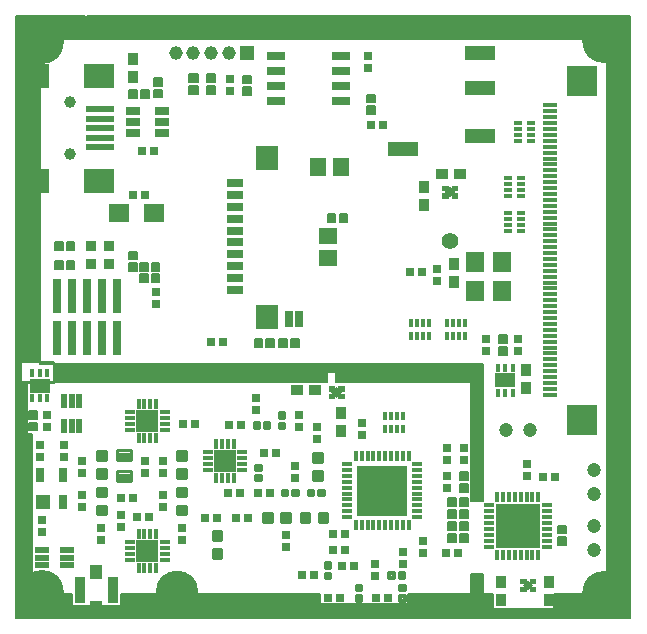
<source format=gts>
G75*
G70*
%OFA0B0*%
%FSLAX24Y24*%
%IPPOS*%
%LPD*%
%AMOC8*
5,1,8,0,0,1.08239X$1,22.5*
%
%ADD10C,0.0059*%
%ADD11R,0.0178X0.0276*%
%ADD12R,0.0709X0.0473*%
%ADD13R,0.0276X0.0276*%
%ADD14C,0.0063*%
%ADD15R,0.0355X0.0394*%
%ADD16R,0.0138X0.0316*%
%ADD17R,0.0375X0.0158*%
%ADD18R,0.0158X0.0375*%
%ADD19R,0.1457X0.1457*%
%ADD20R,0.1713X0.1713*%
%ADD21R,0.0611X0.0276*%
%ADD22R,0.0512X0.0158*%
%ADD23R,0.0985X0.0985*%
%ADD24R,0.1024X0.0512*%
%ADD25R,0.1024X0.0827*%
%ADD26R,0.0946X0.0237*%
%ADD27C,0.0394*%
%ADD28R,0.0631X0.0670*%
%ADD29R,0.0670X0.0591*%
%ADD30C,0.0145*%
%ADD31C,0.0098*%
%ADD32R,0.0355X0.0138*%
%ADD33R,0.0138X0.0355*%
%ADD34R,0.0729X0.0729*%
%ADD35R,0.0453X0.0197*%
%ADD36R,0.0197X0.0453*%
%ADD37C,0.0110*%
%ADD38C,0.0004*%
%ADD39R,0.0245X0.0245*%
%ADD40R,0.0394X0.0355*%
%ADD41R,0.0375X0.0906*%
%ADD42R,0.0434X0.0453*%
%ADD43C,0.0473*%
%ADD44R,0.0512X0.0276*%
%ADD45R,0.0355X0.0355*%
%ADD46R,0.0453X0.0473*%
%ADD47R,0.0276X0.0473*%
%ADD48R,0.0316X0.0138*%
%ADD49R,0.0552X0.0631*%
%ADD50R,0.0631X0.0552*%
%ADD51R,0.0453X0.0453*%
%ADD52C,0.0453*%
%ADD53R,0.0296X0.1131*%
%ADD54R,0.0290X0.0540*%
%ADD55R,0.0552X0.0276*%
%ADD56R,0.0749X0.0827*%
%ADD57C,0.0552*%
%ADD58C,0.1464*%
%ADD59C,0.1424*%
D10*
X001217Y000206D02*
X021689Y000206D01*
X001217Y000206D01*
X001217Y020285D01*
X003500Y020285D01*
X003500Y019497D01*
X002004Y019497D01*
X002004Y008670D01*
X016768Y008670D01*
X016768Y004103D01*
X016374Y004103D01*
X016374Y008080D01*
X011886Y008080D01*
X011886Y008395D01*
X011571Y008395D01*
X011571Y008080D01*
X001374Y008080D01*
X001374Y008749D01*
X002476Y008749D01*
X002476Y008040D01*
X001571Y008040D01*
X001571Y006348D01*
X001728Y006348D01*
X001728Y000993D01*
X001453Y000993D01*
X003067Y000993D01*
X003067Y000599D01*
X004721Y000599D01*
X004721Y000993D01*
X011335Y000993D01*
X011335Y000678D01*
X014287Y000678D01*
X014287Y000993D01*
X016374Y000993D01*
X016374Y001662D01*
X016768Y001662D01*
X016768Y000993D01*
X017122Y000993D01*
X017122Y000521D01*
X019130Y000521D01*
X019130Y000993D01*
X020902Y000993D01*
X020902Y019497D01*
X003579Y019497D01*
X003579Y020285D01*
X021689Y020285D01*
X021689Y000206D01*
X021689Y000263D02*
X001217Y000263D01*
X001217Y000321D02*
X021689Y000321D01*
X021689Y000378D02*
X001217Y000378D01*
X001217Y000436D02*
X021689Y000436D01*
X021689Y000494D02*
X001217Y000494D01*
X001217Y000551D02*
X017122Y000551D01*
X017122Y000609D02*
X004721Y000609D01*
X004721Y000666D02*
X017122Y000666D01*
X017122Y000724D02*
X014287Y000724D01*
X014287Y000781D02*
X017122Y000781D01*
X017122Y000839D02*
X014287Y000839D01*
X014287Y000896D02*
X017122Y000896D01*
X017122Y000954D02*
X014287Y000954D01*
X016374Y001012D02*
X016768Y001012D01*
X016768Y001069D02*
X016374Y001069D01*
X016374Y001127D02*
X016768Y001127D01*
X016768Y001184D02*
X016374Y001184D01*
X016374Y001242D02*
X016768Y001242D01*
X016768Y001299D02*
X016374Y001299D01*
X016374Y001357D02*
X016768Y001357D01*
X016768Y001414D02*
X016374Y001414D01*
X016374Y001472D02*
X016768Y001472D01*
X016768Y001530D02*
X016374Y001530D01*
X016374Y001587D02*
X016768Y001587D01*
X016768Y001645D02*
X016374Y001645D01*
X016374Y004120D02*
X016768Y004120D01*
X016768Y004177D02*
X016374Y004177D01*
X016374Y004235D02*
X016768Y004235D01*
X016768Y004292D02*
X016374Y004292D01*
X016374Y004350D02*
X016768Y004350D01*
X016768Y004407D02*
X016374Y004407D01*
X016374Y004465D02*
X016768Y004465D01*
X016768Y004522D02*
X016374Y004522D01*
X016374Y004580D02*
X016768Y004580D01*
X016768Y004638D02*
X016374Y004638D01*
X016374Y004695D02*
X016768Y004695D01*
X016768Y004753D02*
X016374Y004753D01*
X016374Y004810D02*
X016768Y004810D01*
X016768Y004868D02*
X016374Y004868D01*
X016374Y004925D02*
X016768Y004925D01*
X016768Y004983D02*
X016374Y004983D01*
X016374Y005040D02*
X016768Y005040D01*
X016768Y005098D02*
X016374Y005098D01*
X016374Y005156D02*
X016768Y005156D01*
X016768Y005213D02*
X016374Y005213D01*
X016374Y005271D02*
X016768Y005271D01*
X016768Y005328D02*
X016374Y005328D01*
X016374Y005386D02*
X016768Y005386D01*
X016768Y005443D02*
X016374Y005443D01*
X016374Y005501D02*
X016768Y005501D01*
X016768Y005558D02*
X016374Y005558D01*
X016374Y005616D02*
X016768Y005616D01*
X016768Y005674D02*
X016374Y005674D01*
X016374Y005731D02*
X016768Y005731D01*
X016768Y005789D02*
X016374Y005789D01*
X016374Y005846D02*
X016768Y005846D01*
X016768Y005904D02*
X016374Y005904D01*
X016374Y005961D02*
X016768Y005961D01*
X016768Y006019D02*
X016374Y006019D01*
X016374Y006076D02*
X016768Y006076D01*
X016768Y006134D02*
X016374Y006134D01*
X016374Y006192D02*
X016768Y006192D01*
X016768Y006249D02*
X016374Y006249D01*
X016374Y006307D02*
X016768Y006307D01*
X016768Y006364D02*
X016374Y006364D01*
X016374Y006422D02*
X016768Y006422D01*
X016768Y006479D02*
X016374Y006479D01*
X016374Y006537D02*
X016768Y006537D01*
X016768Y006594D02*
X016374Y006594D01*
X016374Y006652D02*
X016768Y006652D01*
X016768Y006710D02*
X016374Y006710D01*
X016374Y006767D02*
X016768Y006767D01*
X016768Y006825D02*
X016374Y006825D01*
X016374Y006882D02*
X016768Y006882D01*
X016768Y006940D02*
X016374Y006940D01*
X016374Y006997D02*
X016768Y006997D01*
X016768Y007055D02*
X016374Y007055D01*
X016374Y007112D02*
X016768Y007112D01*
X016768Y007170D02*
X016374Y007170D01*
X016374Y007228D02*
X016768Y007228D01*
X016768Y007285D02*
X016374Y007285D01*
X016374Y007343D02*
X016768Y007343D01*
X016768Y007400D02*
X016374Y007400D01*
X016374Y007458D02*
X016768Y007458D01*
X016768Y007515D02*
X016374Y007515D01*
X016374Y007573D02*
X016768Y007573D01*
X016768Y007630D02*
X016374Y007630D01*
X016374Y007688D02*
X016768Y007688D01*
X016768Y007746D02*
X016374Y007746D01*
X016374Y007803D02*
X016768Y007803D01*
X016768Y007861D02*
X016374Y007861D01*
X016374Y007918D02*
X016768Y007918D01*
X016768Y007976D02*
X016374Y007976D01*
X016374Y008033D02*
X016768Y008033D01*
X016768Y008091D02*
X011886Y008091D01*
X011886Y008148D02*
X016768Y008148D01*
X016768Y008206D02*
X011886Y008206D01*
X011886Y008264D02*
X016768Y008264D01*
X016768Y008321D02*
X011886Y008321D01*
X011886Y008379D02*
X016768Y008379D01*
X016768Y008436D02*
X002476Y008436D01*
X002476Y008379D02*
X011571Y008379D01*
X011571Y008321D02*
X002476Y008321D01*
X002476Y008264D02*
X011571Y008264D01*
X011571Y008206D02*
X002476Y008206D01*
X002476Y008148D02*
X011571Y008148D01*
X011571Y008091D02*
X002476Y008091D01*
X002476Y008494D02*
X016768Y008494D01*
X016768Y008551D02*
X002476Y008551D01*
X002476Y008609D02*
X016768Y008609D01*
X016768Y008666D02*
X002476Y008666D01*
X002476Y008724D02*
X002004Y008724D01*
X002004Y008782D02*
X001217Y008782D01*
X001217Y008839D02*
X002004Y008839D01*
X002004Y008897D02*
X001217Y008897D01*
X001217Y008954D02*
X002004Y008954D01*
X002004Y009012D02*
X001217Y009012D01*
X001217Y009069D02*
X002004Y009069D01*
X002004Y009127D02*
X001217Y009127D01*
X001217Y009184D02*
X002004Y009184D01*
X002004Y009242D02*
X001217Y009242D01*
X001217Y009300D02*
X002004Y009300D01*
X002004Y009357D02*
X001217Y009357D01*
X001217Y009415D02*
X002004Y009415D01*
X002004Y009472D02*
X001217Y009472D01*
X001217Y009530D02*
X002004Y009530D01*
X002004Y009587D02*
X001217Y009587D01*
X001217Y009645D02*
X002004Y009645D01*
X002004Y009702D02*
X001217Y009702D01*
X001217Y009760D02*
X002004Y009760D01*
X002004Y009818D02*
X001217Y009818D01*
X001217Y009875D02*
X002004Y009875D01*
X002004Y009933D02*
X001217Y009933D01*
X001217Y009990D02*
X002004Y009990D01*
X002004Y010048D02*
X001217Y010048D01*
X001217Y010105D02*
X002004Y010105D01*
X002004Y010163D02*
X001217Y010163D01*
X001217Y010220D02*
X002004Y010220D01*
X002004Y010278D02*
X001217Y010278D01*
X001217Y010336D02*
X002004Y010336D01*
X002004Y010393D02*
X001217Y010393D01*
X001217Y010451D02*
X002004Y010451D01*
X002004Y010508D02*
X001217Y010508D01*
X001217Y010566D02*
X002004Y010566D01*
X002004Y010623D02*
X001217Y010623D01*
X001217Y010681D02*
X002004Y010681D01*
X002004Y010738D02*
X001217Y010738D01*
X001217Y010796D02*
X002004Y010796D01*
X002004Y010854D02*
X001217Y010854D01*
X001217Y010911D02*
X002004Y010911D01*
X002004Y010969D02*
X001217Y010969D01*
X001217Y011026D02*
X002004Y011026D01*
X002004Y011084D02*
X001217Y011084D01*
X001217Y011141D02*
X002004Y011141D01*
X002004Y011199D02*
X001217Y011199D01*
X001217Y011256D02*
X002004Y011256D01*
X002004Y011314D02*
X001217Y011314D01*
X001217Y011372D02*
X002004Y011372D01*
X002004Y011429D02*
X001217Y011429D01*
X001217Y011487D02*
X002004Y011487D01*
X002004Y011544D02*
X001217Y011544D01*
X001217Y011602D02*
X002004Y011602D01*
X002004Y011659D02*
X001217Y011659D01*
X001217Y011717D02*
X002004Y011717D01*
X002004Y011774D02*
X001217Y011774D01*
X001217Y011832D02*
X002004Y011832D01*
X002004Y011890D02*
X001217Y011890D01*
X001217Y011947D02*
X002004Y011947D01*
X002004Y012005D02*
X001217Y012005D01*
X001217Y012062D02*
X002004Y012062D01*
X002004Y012120D02*
X001217Y012120D01*
X001217Y012177D02*
X002004Y012177D01*
X002004Y012235D02*
X001217Y012235D01*
X001217Y012292D02*
X002004Y012292D01*
X002004Y012350D02*
X001217Y012350D01*
X001217Y012408D02*
X002004Y012408D01*
X002004Y012465D02*
X001217Y012465D01*
X001217Y012523D02*
X002004Y012523D01*
X002004Y012580D02*
X001217Y012580D01*
X001217Y012638D02*
X002004Y012638D01*
X002004Y012695D02*
X001217Y012695D01*
X001217Y012753D02*
X002004Y012753D01*
X002004Y012810D02*
X001217Y012810D01*
X001217Y012868D02*
X002004Y012868D01*
X002004Y012926D02*
X001217Y012926D01*
X001217Y012983D02*
X002004Y012983D01*
X002004Y013041D02*
X001217Y013041D01*
X001217Y013098D02*
X002004Y013098D01*
X002004Y013156D02*
X001217Y013156D01*
X001217Y013213D02*
X002004Y013213D01*
X002004Y013271D02*
X001217Y013271D01*
X001217Y013328D02*
X002004Y013328D01*
X002004Y013386D02*
X001217Y013386D01*
X001217Y013444D02*
X002004Y013444D01*
X002004Y013501D02*
X001217Y013501D01*
X001217Y013559D02*
X002004Y013559D01*
X002004Y013616D02*
X001217Y013616D01*
X001217Y013674D02*
X002004Y013674D01*
X002004Y013731D02*
X001217Y013731D01*
X001217Y013789D02*
X002004Y013789D01*
X002004Y013846D02*
X001217Y013846D01*
X001217Y013904D02*
X002004Y013904D01*
X002004Y013962D02*
X001217Y013962D01*
X001217Y014019D02*
X002004Y014019D01*
X002004Y014077D02*
X001217Y014077D01*
X001217Y014134D02*
X002004Y014134D01*
X002004Y014192D02*
X001217Y014192D01*
X001217Y014249D02*
X002004Y014249D01*
X002004Y014307D02*
X001217Y014307D01*
X001217Y014364D02*
X002004Y014364D01*
X002004Y014422D02*
X001217Y014422D01*
X001217Y014480D02*
X002004Y014480D01*
X002004Y014537D02*
X001217Y014537D01*
X001217Y014595D02*
X002004Y014595D01*
X002004Y014652D02*
X001217Y014652D01*
X001217Y014710D02*
X002004Y014710D01*
X002004Y014767D02*
X001217Y014767D01*
X001217Y014825D02*
X002004Y014825D01*
X002004Y014882D02*
X001217Y014882D01*
X001217Y014940D02*
X002004Y014940D01*
X002004Y014998D02*
X001217Y014998D01*
X001217Y015055D02*
X002004Y015055D01*
X002004Y015113D02*
X001217Y015113D01*
X001217Y015170D02*
X002004Y015170D01*
X002004Y015228D02*
X001217Y015228D01*
X001217Y015285D02*
X002004Y015285D01*
X002004Y015343D02*
X001217Y015343D01*
X001217Y015400D02*
X002004Y015400D01*
X002004Y015458D02*
X001217Y015458D01*
X001217Y015516D02*
X002004Y015516D01*
X002004Y015573D02*
X001217Y015573D01*
X001217Y015631D02*
X002004Y015631D01*
X002004Y015688D02*
X001217Y015688D01*
X001217Y015746D02*
X002004Y015746D01*
X002004Y015803D02*
X001217Y015803D01*
X001217Y015861D02*
X002004Y015861D01*
X002004Y015918D02*
X001217Y015918D01*
X001217Y015976D02*
X002004Y015976D01*
X002004Y016034D02*
X001217Y016034D01*
X001217Y016091D02*
X002004Y016091D01*
X002004Y016149D02*
X001217Y016149D01*
X001217Y016206D02*
X002004Y016206D01*
X002004Y016264D02*
X001217Y016264D01*
X001217Y016321D02*
X002004Y016321D01*
X002004Y016379D02*
X001217Y016379D01*
X001217Y016436D02*
X002004Y016436D01*
X002004Y016494D02*
X001217Y016494D01*
X001217Y016552D02*
X002004Y016552D01*
X002004Y016609D02*
X001217Y016609D01*
X001217Y016667D02*
X002004Y016667D01*
X002004Y016724D02*
X001217Y016724D01*
X001217Y016782D02*
X002004Y016782D01*
X002004Y016839D02*
X001217Y016839D01*
X001217Y016897D02*
X002004Y016897D01*
X002004Y016954D02*
X001217Y016954D01*
X001217Y017012D02*
X002004Y017012D01*
X002004Y017070D02*
X001217Y017070D01*
X001217Y017127D02*
X002004Y017127D01*
X002004Y017185D02*
X001217Y017185D01*
X001217Y017242D02*
X002004Y017242D01*
X002004Y017300D02*
X001217Y017300D01*
X001217Y017357D02*
X002004Y017357D01*
X002004Y017415D02*
X001217Y017415D01*
X001217Y017472D02*
X002004Y017472D01*
X002004Y017530D02*
X001217Y017530D01*
X001217Y017588D02*
X002004Y017588D01*
X002004Y017645D02*
X001217Y017645D01*
X001217Y017703D02*
X002004Y017703D01*
X002004Y017760D02*
X001217Y017760D01*
X001217Y017818D02*
X002004Y017818D01*
X002004Y017875D02*
X001217Y017875D01*
X001217Y017933D02*
X002004Y017933D01*
X002004Y017990D02*
X001217Y017990D01*
X001217Y018048D02*
X002004Y018048D01*
X002004Y018106D02*
X001217Y018106D01*
X001217Y018163D02*
X002004Y018163D01*
X002004Y018221D02*
X001217Y018221D01*
X001217Y018278D02*
X002004Y018278D01*
X002004Y018336D02*
X001217Y018336D01*
X001217Y018393D02*
X002004Y018393D01*
X002004Y018451D02*
X001217Y018451D01*
X001217Y018508D02*
X002004Y018508D01*
X002004Y018566D02*
X001217Y018566D01*
X001217Y018624D02*
X002004Y018624D01*
X002004Y018681D02*
X001217Y018681D01*
X001217Y018739D02*
X002004Y018739D01*
X002004Y018796D02*
X001217Y018796D01*
X001217Y018854D02*
X002004Y018854D01*
X002004Y018911D02*
X001217Y018911D01*
X001217Y018969D02*
X002004Y018969D01*
X002004Y019026D02*
X001217Y019026D01*
X001217Y019084D02*
X002004Y019084D01*
X002004Y019142D02*
X001217Y019142D01*
X001217Y019199D02*
X002004Y019199D01*
X002004Y019257D02*
X001217Y019257D01*
X001217Y019314D02*
X002004Y019314D01*
X002004Y019372D02*
X001217Y019372D01*
X001217Y019429D02*
X002004Y019429D01*
X002004Y019487D02*
X001217Y019487D01*
X001217Y019544D02*
X003500Y019544D01*
X003500Y019602D02*
X001217Y019602D01*
X001217Y019660D02*
X003500Y019660D01*
X003500Y019717D02*
X001217Y019717D01*
X001217Y019775D02*
X003500Y019775D01*
X003500Y019832D02*
X001217Y019832D01*
X001217Y019890D02*
X003500Y019890D01*
X003500Y019947D02*
X001217Y019947D01*
X001217Y020005D02*
X003500Y020005D01*
X003500Y020062D02*
X001217Y020062D01*
X001217Y020120D02*
X003500Y020120D01*
X003500Y020177D02*
X001217Y020177D01*
X001217Y020235D02*
X003500Y020235D01*
X003579Y020235D02*
X021689Y020235D01*
X021689Y020177D02*
X003579Y020177D01*
X003579Y020120D02*
X021689Y020120D01*
X021689Y020062D02*
X003579Y020062D01*
X003579Y020005D02*
X021689Y020005D01*
X021689Y019947D02*
X003579Y019947D01*
X003579Y019890D02*
X021689Y019890D01*
X021689Y019832D02*
X003579Y019832D01*
X003579Y019775D02*
X021689Y019775D01*
X021689Y019717D02*
X003579Y019717D01*
X003579Y019660D02*
X021689Y019660D01*
X021689Y019602D02*
X003579Y019602D01*
X003579Y019544D02*
X021689Y019544D01*
X021689Y019487D02*
X020902Y019487D01*
X020902Y019429D02*
X021689Y019429D01*
X021689Y019372D02*
X020902Y019372D01*
X020902Y019314D02*
X021689Y019314D01*
X021689Y019257D02*
X020902Y019257D01*
X020902Y019199D02*
X021689Y019199D01*
X021689Y019142D02*
X020902Y019142D01*
X020902Y019084D02*
X021689Y019084D01*
X021689Y019026D02*
X020902Y019026D01*
X020902Y018969D02*
X021689Y018969D01*
X021689Y018911D02*
X020902Y018911D01*
X020902Y018854D02*
X021689Y018854D01*
X021689Y018796D02*
X020902Y018796D01*
X020902Y018739D02*
X021689Y018739D01*
X021689Y018681D02*
X020902Y018681D01*
X020902Y018624D02*
X021689Y018624D01*
X021689Y018566D02*
X020902Y018566D01*
X020902Y018508D02*
X021689Y018508D01*
X021689Y018451D02*
X020902Y018451D01*
X020902Y018393D02*
X021689Y018393D01*
X021689Y018336D02*
X020902Y018336D01*
X020902Y018278D02*
X021689Y018278D01*
X021689Y018221D02*
X020902Y018221D01*
X020902Y018163D02*
X021689Y018163D01*
X021689Y018106D02*
X020902Y018106D01*
X020902Y018048D02*
X021689Y018048D01*
X021689Y017990D02*
X020902Y017990D01*
X020902Y017933D02*
X021689Y017933D01*
X021689Y017875D02*
X020902Y017875D01*
X020902Y017818D02*
X021689Y017818D01*
X021689Y017760D02*
X020902Y017760D01*
X020902Y017703D02*
X021689Y017703D01*
X021689Y017645D02*
X020902Y017645D01*
X020902Y017588D02*
X021689Y017588D01*
X021689Y017530D02*
X020902Y017530D01*
X020902Y017472D02*
X021689Y017472D01*
X021689Y017415D02*
X020902Y017415D01*
X020902Y017357D02*
X021689Y017357D01*
X021689Y017300D02*
X020902Y017300D01*
X020902Y017242D02*
X021689Y017242D01*
X021689Y017185D02*
X020902Y017185D01*
X020902Y017127D02*
X021689Y017127D01*
X021689Y017070D02*
X020902Y017070D01*
X020902Y017012D02*
X021689Y017012D01*
X021689Y016954D02*
X020902Y016954D01*
X020902Y016897D02*
X021689Y016897D01*
X021689Y016839D02*
X020902Y016839D01*
X020902Y016782D02*
X021689Y016782D01*
X021689Y016724D02*
X020902Y016724D01*
X020902Y016667D02*
X021689Y016667D01*
X021689Y016609D02*
X020902Y016609D01*
X020902Y016552D02*
X021689Y016552D01*
X021689Y016494D02*
X020902Y016494D01*
X020902Y016436D02*
X021689Y016436D01*
X021689Y016379D02*
X020902Y016379D01*
X020902Y016321D02*
X021689Y016321D01*
X021689Y016264D02*
X020902Y016264D01*
X020902Y016206D02*
X021689Y016206D01*
X021689Y016149D02*
X020902Y016149D01*
X020902Y016091D02*
X021689Y016091D01*
X021689Y016034D02*
X020902Y016034D01*
X020902Y015976D02*
X021689Y015976D01*
X021689Y015918D02*
X020902Y015918D01*
X020902Y015861D02*
X021689Y015861D01*
X021689Y015803D02*
X020902Y015803D01*
X020902Y015746D02*
X021689Y015746D01*
X021689Y015688D02*
X020902Y015688D01*
X020902Y015631D02*
X021689Y015631D01*
X021689Y015573D02*
X020902Y015573D01*
X020902Y015516D02*
X021689Y015516D01*
X021689Y015458D02*
X020902Y015458D01*
X020902Y015400D02*
X021689Y015400D01*
X021689Y015343D02*
X020902Y015343D01*
X020902Y015285D02*
X021689Y015285D01*
X021689Y015228D02*
X020902Y015228D01*
X020902Y015170D02*
X021689Y015170D01*
X021689Y015113D02*
X020902Y015113D01*
X020902Y015055D02*
X021689Y015055D01*
X021689Y014998D02*
X020902Y014998D01*
X020902Y014940D02*
X021689Y014940D01*
X021689Y014882D02*
X020902Y014882D01*
X020902Y014825D02*
X021689Y014825D01*
X021689Y014767D02*
X020902Y014767D01*
X020902Y014710D02*
X021689Y014710D01*
X021689Y014652D02*
X020902Y014652D01*
X020902Y014595D02*
X021689Y014595D01*
X021689Y014537D02*
X020902Y014537D01*
X020902Y014480D02*
X021689Y014480D01*
X021689Y014422D02*
X020902Y014422D01*
X020902Y014364D02*
X021689Y014364D01*
X021689Y014307D02*
X020902Y014307D01*
X020902Y014249D02*
X021689Y014249D01*
X021689Y014192D02*
X020902Y014192D01*
X020902Y014134D02*
X021689Y014134D01*
X021689Y014077D02*
X020902Y014077D01*
X020902Y014019D02*
X021689Y014019D01*
X021689Y013962D02*
X020902Y013962D01*
X020902Y013904D02*
X021689Y013904D01*
X021689Y013846D02*
X020902Y013846D01*
X020902Y013789D02*
X021689Y013789D01*
X021689Y013731D02*
X020902Y013731D01*
X020902Y013674D02*
X021689Y013674D01*
X021689Y013616D02*
X020902Y013616D01*
X020902Y013559D02*
X021689Y013559D01*
X021689Y013501D02*
X020902Y013501D01*
X020902Y013444D02*
X021689Y013444D01*
X021689Y013386D02*
X020902Y013386D01*
X020902Y013328D02*
X021689Y013328D01*
X021689Y013271D02*
X020902Y013271D01*
X020902Y013213D02*
X021689Y013213D01*
X021689Y013156D02*
X020902Y013156D01*
X020902Y013098D02*
X021689Y013098D01*
X021689Y013041D02*
X020902Y013041D01*
X020902Y012983D02*
X021689Y012983D01*
X021689Y012926D02*
X020902Y012926D01*
X020902Y012868D02*
X021689Y012868D01*
X021689Y012810D02*
X020902Y012810D01*
X020902Y012753D02*
X021689Y012753D01*
X021689Y012695D02*
X020902Y012695D01*
X020902Y012638D02*
X021689Y012638D01*
X021689Y012580D02*
X020902Y012580D01*
X020902Y012523D02*
X021689Y012523D01*
X021689Y012465D02*
X020902Y012465D01*
X020902Y012408D02*
X021689Y012408D01*
X021689Y012350D02*
X020902Y012350D01*
X020902Y012292D02*
X021689Y012292D01*
X021689Y012235D02*
X020902Y012235D01*
X020902Y012177D02*
X021689Y012177D01*
X021689Y012120D02*
X020902Y012120D01*
X020902Y012062D02*
X021689Y012062D01*
X021689Y012005D02*
X020902Y012005D01*
X020902Y011947D02*
X021689Y011947D01*
X021689Y011890D02*
X020902Y011890D01*
X020902Y011832D02*
X021689Y011832D01*
X021689Y011774D02*
X020902Y011774D01*
X020902Y011717D02*
X021689Y011717D01*
X021689Y011659D02*
X020902Y011659D01*
X020902Y011602D02*
X021689Y011602D01*
X021689Y011544D02*
X020902Y011544D01*
X020902Y011487D02*
X021689Y011487D01*
X021689Y011429D02*
X020902Y011429D01*
X020902Y011372D02*
X021689Y011372D01*
X021689Y011314D02*
X020902Y011314D01*
X020902Y011256D02*
X021689Y011256D01*
X021689Y011199D02*
X020902Y011199D01*
X020902Y011141D02*
X021689Y011141D01*
X021689Y011084D02*
X020902Y011084D01*
X020902Y011026D02*
X021689Y011026D01*
X021689Y010969D02*
X020902Y010969D01*
X020902Y010911D02*
X021689Y010911D01*
X021689Y010854D02*
X020902Y010854D01*
X020902Y010796D02*
X021689Y010796D01*
X021689Y010738D02*
X020902Y010738D01*
X020902Y010681D02*
X021689Y010681D01*
X021689Y010623D02*
X020902Y010623D01*
X020902Y010566D02*
X021689Y010566D01*
X021689Y010508D02*
X020902Y010508D01*
X020902Y010451D02*
X021689Y010451D01*
X021689Y010393D02*
X020902Y010393D01*
X020902Y010336D02*
X021689Y010336D01*
X021689Y010278D02*
X020902Y010278D01*
X020902Y010220D02*
X021689Y010220D01*
X021689Y010163D02*
X020902Y010163D01*
X020902Y010105D02*
X021689Y010105D01*
X021689Y010048D02*
X020902Y010048D01*
X020902Y009990D02*
X021689Y009990D01*
X021689Y009933D02*
X020902Y009933D01*
X020902Y009875D02*
X021689Y009875D01*
X021689Y009818D02*
X020902Y009818D01*
X020902Y009760D02*
X021689Y009760D01*
X021689Y009702D02*
X020902Y009702D01*
X020902Y009645D02*
X021689Y009645D01*
X021689Y009587D02*
X020902Y009587D01*
X020902Y009530D02*
X021689Y009530D01*
X021689Y009472D02*
X020902Y009472D01*
X020902Y009415D02*
X021689Y009415D01*
X021689Y009357D02*
X020902Y009357D01*
X020902Y009300D02*
X021689Y009300D01*
X021689Y009242D02*
X020902Y009242D01*
X020902Y009184D02*
X021689Y009184D01*
X021689Y009127D02*
X020902Y009127D01*
X020902Y009069D02*
X021689Y009069D01*
X021689Y009012D02*
X020902Y009012D01*
X020902Y008954D02*
X021689Y008954D01*
X021689Y008897D02*
X020902Y008897D01*
X020902Y008839D02*
X021689Y008839D01*
X021689Y008782D02*
X020902Y008782D01*
X020902Y008724D02*
X021689Y008724D01*
X021689Y008666D02*
X020902Y008666D01*
X020902Y008609D02*
X021689Y008609D01*
X021689Y008551D02*
X020902Y008551D01*
X020902Y008494D02*
X021689Y008494D01*
X021689Y008436D02*
X020902Y008436D01*
X020902Y008379D02*
X021689Y008379D01*
X021689Y008321D02*
X020902Y008321D01*
X020902Y008264D02*
X021689Y008264D01*
X021689Y008206D02*
X020902Y008206D01*
X020902Y008148D02*
X021689Y008148D01*
X021689Y008091D02*
X020902Y008091D01*
X020902Y008033D02*
X021689Y008033D01*
X021689Y007976D02*
X020902Y007976D01*
X020902Y007918D02*
X021689Y007918D01*
X021689Y007861D02*
X020902Y007861D01*
X020902Y007803D02*
X021689Y007803D01*
X021689Y007746D02*
X020902Y007746D01*
X020902Y007688D02*
X021689Y007688D01*
X021689Y007630D02*
X020902Y007630D01*
X020902Y007573D02*
X021689Y007573D01*
X021689Y007515D02*
X020902Y007515D01*
X020902Y007458D02*
X021689Y007458D01*
X021689Y007400D02*
X020902Y007400D01*
X020902Y007343D02*
X021689Y007343D01*
X021689Y007285D02*
X020902Y007285D01*
X020902Y007228D02*
X021689Y007228D01*
X021689Y007170D02*
X020902Y007170D01*
X020902Y007112D02*
X021689Y007112D01*
X021689Y007055D02*
X020902Y007055D01*
X020902Y006997D02*
X021689Y006997D01*
X021689Y006940D02*
X020902Y006940D01*
X020902Y006882D02*
X021689Y006882D01*
X021689Y006825D02*
X020902Y006825D01*
X020902Y006767D02*
X021689Y006767D01*
X021689Y006710D02*
X020902Y006710D01*
X020902Y006652D02*
X021689Y006652D01*
X021689Y006594D02*
X020902Y006594D01*
X020902Y006537D02*
X021689Y006537D01*
X021689Y006479D02*
X020902Y006479D01*
X020902Y006422D02*
X021689Y006422D01*
X021689Y006364D02*
X020902Y006364D01*
X020902Y006307D02*
X021689Y006307D01*
X021689Y006249D02*
X020902Y006249D01*
X020902Y006192D02*
X021689Y006192D01*
X021689Y006134D02*
X020902Y006134D01*
X020902Y006076D02*
X021689Y006076D01*
X021689Y006019D02*
X020902Y006019D01*
X020902Y005961D02*
X021689Y005961D01*
X021689Y005904D02*
X020902Y005904D01*
X020902Y005846D02*
X021689Y005846D01*
X021689Y005789D02*
X020902Y005789D01*
X020902Y005731D02*
X021689Y005731D01*
X021689Y005674D02*
X020902Y005674D01*
X020902Y005616D02*
X021689Y005616D01*
X021689Y005558D02*
X020902Y005558D01*
X020902Y005501D02*
X021689Y005501D01*
X021689Y005443D02*
X020902Y005443D01*
X020902Y005386D02*
X021689Y005386D01*
X021689Y005328D02*
X020902Y005328D01*
X020902Y005271D02*
X021689Y005271D01*
X021689Y005213D02*
X020902Y005213D01*
X020902Y005156D02*
X021689Y005156D01*
X021689Y005098D02*
X020902Y005098D01*
X020902Y005040D02*
X021689Y005040D01*
X021689Y004983D02*
X020902Y004983D01*
X020902Y004925D02*
X021689Y004925D01*
X021689Y004868D02*
X020902Y004868D01*
X020902Y004810D02*
X021689Y004810D01*
X021689Y004753D02*
X020902Y004753D01*
X020902Y004695D02*
X021689Y004695D01*
X021689Y004638D02*
X020902Y004638D01*
X020902Y004580D02*
X021689Y004580D01*
X021689Y004522D02*
X020902Y004522D01*
X020902Y004465D02*
X021689Y004465D01*
X021689Y004407D02*
X020902Y004407D01*
X020902Y004350D02*
X021689Y004350D01*
X021689Y004292D02*
X020902Y004292D01*
X020902Y004235D02*
X021689Y004235D01*
X021689Y004177D02*
X020902Y004177D01*
X020902Y004120D02*
X021689Y004120D01*
X021689Y004062D02*
X020902Y004062D01*
X020902Y004004D02*
X021689Y004004D01*
X021689Y003947D02*
X020902Y003947D01*
X020902Y003889D02*
X021689Y003889D01*
X021689Y003832D02*
X020902Y003832D01*
X020902Y003774D02*
X021689Y003774D01*
X021689Y003717D02*
X020902Y003717D01*
X020902Y003659D02*
X021689Y003659D01*
X021689Y003602D02*
X020902Y003602D01*
X020902Y003544D02*
X021689Y003544D01*
X021689Y003486D02*
X020902Y003486D01*
X020902Y003429D02*
X021689Y003429D01*
X021689Y003371D02*
X020902Y003371D01*
X020902Y003314D02*
X021689Y003314D01*
X021689Y003256D02*
X020902Y003256D01*
X020902Y003199D02*
X021689Y003199D01*
X021689Y003141D02*
X020902Y003141D01*
X020902Y003084D02*
X021689Y003084D01*
X021689Y003026D02*
X020902Y003026D01*
X020902Y002968D02*
X021689Y002968D01*
X021689Y002911D02*
X020902Y002911D01*
X020902Y002853D02*
X021689Y002853D01*
X021689Y002796D02*
X020902Y002796D01*
X020902Y002738D02*
X021689Y002738D01*
X021689Y002681D02*
X020902Y002681D01*
X020902Y002623D02*
X021689Y002623D01*
X021689Y002566D02*
X020902Y002566D01*
X020902Y002508D02*
X021689Y002508D01*
X021689Y002450D02*
X020902Y002450D01*
X020902Y002393D02*
X021689Y002393D01*
X021689Y002335D02*
X020902Y002335D01*
X020902Y002278D02*
X021689Y002278D01*
X021689Y002220D02*
X020902Y002220D01*
X020902Y002163D02*
X021689Y002163D01*
X021689Y002105D02*
X020902Y002105D01*
X020902Y002048D02*
X021689Y002048D01*
X021689Y001990D02*
X020902Y001990D01*
X020902Y001932D02*
X021689Y001932D01*
X021689Y001875D02*
X020902Y001875D01*
X020902Y001817D02*
X021689Y001817D01*
X021689Y001760D02*
X020902Y001760D01*
X020902Y001702D02*
X021689Y001702D01*
X021689Y001645D02*
X020902Y001645D01*
X020902Y001587D02*
X021689Y001587D01*
X021689Y001530D02*
X020902Y001530D01*
X020902Y001472D02*
X021689Y001472D01*
X021689Y001414D02*
X020902Y001414D01*
X020902Y001357D02*
X021689Y001357D01*
X021689Y001299D02*
X020902Y001299D01*
X020902Y001242D02*
X021689Y001242D01*
X021689Y001184D02*
X020902Y001184D01*
X020902Y001127D02*
X021689Y001127D01*
X021689Y001069D02*
X020902Y001069D01*
X020902Y001012D02*
X021689Y001012D01*
X021689Y000954D02*
X019130Y000954D01*
X019130Y000896D02*
X021689Y000896D01*
X021689Y000839D02*
X019130Y000839D01*
X019130Y000781D02*
X021689Y000781D01*
X021689Y000724D02*
X019130Y000724D01*
X019130Y000666D02*
X021689Y000666D01*
X021689Y000609D02*
X019130Y000609D01*
X019130Y000551D02*
X021689Y000551D01*
X011335Y000724D02*
X004721Y000724D01*
X004721Y000781D02*
X011335Y000781D01*
X011335Y000839D02*
X004721Y000839D01*
X004721Y000896D02*
X011335Y000896D01*
X011335Y000954D02*
X004721Y000954D01*
X003067Y000954D02*
X001217Y000954D01*
X001217Y000896D02*
X003067Y000896D01*
X003067Y000839D02*
X001217Y000839D01*
X001217Y000781D02*
X003067Y000781D01*
X003067Y000724D02*
X001217Y000724D01*
X001217Y000666D02*
X003067Y000666D01*
X003067Y000609D02*
X001217Y000609D01*
X001217Y001012D02*
X001728Y001012D01*
X001728Y001069D02*
X001217Y001069D01*
X001217Y001127D02*
X001728Y001127D01*
X001728Y001184D02*
X001217Y001184D01*
X001217Y001242D02*
X001728Y001242D01*
X001728Y001299D02*
X001217Y001299D01*
X001217Y001357D02*
X001728Y001357D01*
X001728Y001414D02*
X001217Y001414D01*
X001217Y001472D02*
X001728Y001472D01*
X001728Y001530D02*
X001217Y001530D01*
X001217Y001587D02*
X001728Y001587D01*
X001728Y001645D02*
X001217Y001645D01*
X001217Y001702D02*
X001728Y001702D01*
X001728Y001760D02*
X001217Y001760D01*
X001217Y001817D02*
X001728Y001817D01*
X001728Y001875D02*
X001217Y001875D01*
X001217Y001932D02*
X001728Y001932D01*
X001728Y001990D02*
X001217Y001990D01*
X001217Y002048D02*
X001728Y002048D01*
X001728Y002105D02*
X001217Y002105D01*
X001217Y002163D02*
X001728Y002163D01*
X001728Y002220D02*
X001217Y002220D01*
X001217Y002278D02*
X001728Y002278D01*
X001728Y002335D02*
X001217Y002335D01*
X001217Y002393D02*
X001728Y002393D01*
X001728Y002450D02*
X001217Y002450D01*
X001217Y002508D02*
X001728Y002508D01*
X001728Y002566D02*
X001217Y002566D01*
X001217Y002623D02*
X001728Y002623D01*
X001728Y002681D02*
X001217Y002681D01*
X001217Y002738D02*
X001728Y002738D01*
X001728Y002796D02*
X001217Y002796D01*
X001217Y002853D02*
X001728Y002853D01*
X001728Y002911D02*
X001217Y002911D01*
X001217Y002968D02*
X001728Y002968D01*
X001728Y003026D02*
X001217Y003026D01*
X001217Y003084D02*
X001728Y003084D01*
X001728Y003141D02*
X001217Y003141D01*
X001217Y003199D02*
X001728Y003199D01*
X001728Y003256D02*
X001217Y003256D01*
X001217Y003314D02*
X001728Y003314D01*
X001728Y003371D02*
X001217Y003371D01*
X001217Y003429D02*
X001728Y003429D01*
X001728Y003486D02*
X001217Y003486D01*
X001217Y003544D02*
X001728Y003544D01*
X001728Y003602D02*
X001217Y003602D01*
X001217Y003659D02*
X001728Y003659D01*
X001728Y003717D02*
X001217Y003717D01*
X001217Y003774D02*
X001728Y003774D01*
X001728Y003832D02*
X001217Y003832D01*
X001217Y003889D02*
X001728Y003889D01*
X001728Y003947D02*
X001217Y003947D01*
X001217Y004004D02*
X001728Y004004D01*
X001728Y004062D02*
X001217Y004062D01*
X001217Y004120D02*
X001728Y004120D01*
X001728Y004177D02*
X001217Y004177D01*
X001217Y004235D02*
X001728Y004235D01*
X001728Y004292D02*
X001217Y004292D01*
X001217Y004350D02*
X001728Y004350D01*
X001728Y004407D02*
X001217Y004407D01*
X001217Y004465D02*
X001728Y004465D01*
X001728Y004522D02*
X001217Y004522D01*
X001217Y004580D02*
X001728Y004580D01*
X001728Y004638D02*
X001217Y004638D01*
X001217Y004695D02*
X001728Y004695D01*
X001728Y004753D02*
X001217Y004753D01*
X001217Y004810D02*
X001728Y004810D01*
X001728Y004868D02*
X001217Y004868D01*
X001217Y004925D02*
X001728Y004925D01*
X001728Y004983D02*
X001217Y004983D01*
X001217Y005040D02*
X001728Y005040D01*
X001728Y005098D02*
X001217Y005098D01*
X001217Y005156D02*
X001728Y005156D01*
X001728Y005213D02*
X001217Y005213D01*
X001217Y005271D02*
X001728Y005271D01*
X001728Y005328D02*
X001217Y005328D01*
X001217Y005386D02*
X001728Y005386D01*
X001728Y005443D02*
X001217Y005443D01*
X001217Y005501D02*
X001728Y005501D01*
X001728Y005558D02*
X001217Y005558D01*
X001217Y005616D02*
X001728Y005616D01*
X001728Y005674D02*
X001217Y005674D01*
X001217Y005731D02*
X001728Y005731D01*
X001728Y005789D02*
X001217Y005789D01*
X001217Y005846D02*
X001728Y005846D01*
X001728Y005904D02*
X001217Y005904D01*
X001217Y005961D02*
X001728Y005961D01*
X001728Y006019D02*
X001217Y006019D01*
X001217Y006076D02*
X001728Y006076D01*
X001728Y006134D02*
X001217Y006134D01*
X001217Y006192D02*
X001728Y006192D01*
X001728Y006249D02*
X001217Y006249D01*
X001217Y006307D02*
X001728Y006307D01*
X001571Y006364D02*
X001217Y006364D01*
X001217Y006422D02*
X001571Y006422D01*
X001571Y006479D02*
X001217Y006479D01*
X001217Y006537D02*
X001571Y006537D01*
X001571Y006594D02*
X001217Y006594D01*
X001217Y006652D02*
X001571Y006652D01*
X001571Y006710D02*
X001217Y006710D01*
X001217Y006767D02*
X001571Y006767D01*
X001571Y006825D02*
X001217Y006825D01*
X001217Y006882D02*
X001571Y006882D01*
X001571Y006940D02*
X001217Y006940D01*
X001217Y006997D02*
X001571Y006997D01*
X001571Y007055D02*
X001217Y007055D01*
X001217Y007112D02*
X001571Y007112D01*
X001571Y007170D02*
X001217Y007170D01*
X001217Y007228D02*
X001571Y007228D01*
X001571Y007285D02*
X001217Y007285D01*
X001217Y007343D02*
X001571Y007343D01*
X001571Y007400D02*
X001217Y007400D01*
X001217Y007458D02*
X001571Y007458D01*
X001571Y007515D02*
X001217Y007515D01*
X001217Y007573D02*
X001571Y007573D01*
X001571Y007630D02*
X001217Y007630D01*
X001217Y007688D02*
X001571Y007688D01*
X001571Y007746D02*
X001217Y007746D01*
X001217Y007803D02*
X001571Y007803D01*
X001571Y007861D02*
X001217Y007861D01*
X001217Y007918D02*
X001571Y007918D01*
X001571Y007976D02*
X001217Y007976D01*
X001217Y008033D02*
X001571Y008033D01*
X001374Y008091D02*
X001217Y008091D01*
X001217Y008148D02*
X001374Y008148D01*
X001374Y008206D02*
X001217Y008206D01*
X001217Y008264D02*
X001374Y008264D01*
X001374Y008321D02*
X001217Y008321D01*
X001217Y008379D02*
X001374Y008379D01*
X001374Y008436D02*
X001217Y008436D01*
X001217Y008494D02*
X001374Y008494D01*
X001374Y008551D02*
X001217Y008551D01*
X001217Y008609D02*
X001374Y008609D01*
X001374Y008666D02*
X001217Y008666D01*
X001217Y008724D02*
X001374Y008724D01*
D11*
X001740Y008359D03*
X001996Y008359D03*
X002252Y008359D03*
X002252Y007533D03*
X001996Y007533D03*
X001740Y007533D03*
X017260Y007714D03*
X017516Y007714D03*
X017772Y007714D03*
X017772Y008540D03*
X017516Y008540D03*
X017260Y008540D03*
D12*
X017516Y008127D03*
X001996Y007946D03*
D13*
X002244Y006969D03*
X002244Y006569D03*
X002004Y005957D03*
X002004Y005557D03*
X002791Y005557D03*
X002791Y005957D03*
X003421Y005445D03*
X003421Y005045D03*
X003421Y004303D03*
X003421Y003903D03*
X004051Y003201D03*
X004051Y002801D03*
X004721Y003234D03*
X004721Y003634D03*
X004717Y004222D03*
X005117Y004222D03*
X005245Y003576D03*
X005645Y003576D03*
X006098Y003903D03*
X006098Y004303D03*
X006098Y005045D03*
X006098Y005445D03*
X005508Y005445D03*
X005508Y005045D03*
X006769Y006670D03*
X007169Y006670D03*
X008300Y006623D03*
X008700Y006623D03*
X009209Y007132D03*
X009209Y007532D03*
X010626Y006981D03*
X010626Y006581D03*
X011256Y006587D03*
X011256Y006187D03*
X010508Y005288D03*
X010508Y004888D03*
X009881Y005718D03*
X009481Y005718D03*
X009284Y004379D03*
X009684Y004379D03*
X008661Y004379D03*
X008261Y004379D03*
X008536Y003552D03*
X008936Y003552D03*
X007913Y003552D03*
X007513Y003552D03*
X006728Y003201D03*
X006728Y002801D03*
X010193Y002965D03*
X010193Y002565D03*
X010741Y001623D03*
X011141Y001623D03*
X011607Y000875D03*
X012007Y000875D03*
X012080Y001938D03*
X012480Y001938D03*
X012165Y002489D03*
X011765Y002489D03*
X011765Y003001D03*
X012165Y003001D03*
X013185Y002020D03*
X013185Y001620D03*
X013221Y000875D03*
X013621Y000875D03*
X014091Y002014D03*
X014091Y002414D03*
X014760Y002368D03*
X014760Y002768D03*
X015544Y002371D03*
X015944Y002371D03*
X015587Y004533D03*
X015587Y004933D03*
X015587Y005478D03*
X015587Y005878D03*
X016138Y005878D03*
X016138Y005478D03*
X018224Y005327D03*
X018224Y004927D03*
X018772Y004891D03*
X019172Y004891D03*
X017949Y009100D03*
X017949Y009500D03*
X016886Y009500D03*
X016886Y009100D03*
X015232Y011423D03*
X015232Y011823D03*
X014724Y011741D03*
X014324Y011741D03*
X013424Y016623D03*
X013024Y016623D03*
X012949Y018549D03*
X012949Y018949D03*
X008343Y018162D03*
X008343Y017762D03*
X005802Y015757D03*
X005402Y015757D03*
X005503Y014300D03*
X005103Y014300D03*
X005862Y011075D03*
X005862Y010675D03*
X007709Y009418D03*
X008109Y009418D03*
X012724Y006705D03*
X012724Y006305D03*
X002083Y003477D03*
X002083Y003077D03*
D14*
X001919Y006457D02*
X001647Y006457D01*
X001647Y006711D01*
X001919Y006711D01*
X001919Y006457D01*
X001919Y006519D02*
X001647Y006519D01*
X001647Y006581D02*
X001919Y006581D01*
X001919Y006643D02*
X001647Y006643D01*
X001647Y006705D02*
X001919Y006705D01*
X001919Y006850D02*
X001647Y006850D01*
X001647Y007104D01*
X001919Y007104D01*
X001919Y006850D01*
X001919Y006912D02*
X001647Y006912D01*
X001647Y006974D02*
X001919Y006974D01*
X001919Y007036D02*
X001647Y007036D01*
X001647Y007098D02*
X001919Y007098D01*
X005342Y011408D02*
X005342Y011680D01*
X005596Y011680D01*
X005596Y011408D01*
X005342Y011408D01*
X005342Y011470D02*
X005596Y011470D01*
X005596Y011532D02*
X005342Y011532D01*
X005342Y011594D02*
X005596Y011594D01*
X005596Y011656D02*
X005342Y011656D01*
X005596Y011763D02*
X005596Y012035D01*
X005596Y011763D02*
X005342Y011763D01*
X005342Y012035D01*
X005596Y012035D01*
X005596Y011825D02*
X005342Y011825D01*
X005342Y011887D02*
X005596Y011887D01*
X005596Y011949D02*
X005342Y011949D01*
X005342Y012011D02*
X005596Y012011D01*
X005989Y012035D02*
X005989Y011763D01*
X005735Y011763D01*
X005735Y012035D01*
X005989Y012035D01*
X005989Y011825D02*
X005735Y011825D01*
X005735Y011887D02*
X005989Y011887D01*
X005989Y011949D02*
X005735Y011949D01*
X005735Y012011D02*
X005989Y012011D01*
X005735Y011680D02*
X005735Y011408D01*
X005735Y011680D02*
X005989Y011680D01*
X005989Y011408D01*
X005735Y011408D01*
X005735Y011470D02*
X005989Y011470D01*
X005989Y011532D02*
X005735Y011532D01*
X005735Y011594D02*
X005989Y011594D01*
X005989Y011656D02*
X005735Y011656D01*
X005250Y012026D02*
X004978Y012026D01*
X005250Y012026D02*
X005250Y011772D01*
X004978Y011772D01*
X004978Y012026D01*
X004978Y011834D02*
X005250Y011834D01*
X005250Y011896D02*
X004978Y011896D01*
X004978Y011958D02*
X005250Y011958D01*
X005250Y012020D02*
X004978Y012020D01*
X004978Y012419D02*
X005250Y012419D01*
X005250Y012165D01*
X004978Y012165D01*
X004978Y012419D01*
X004978Y012227D02*
X005250Y012227D01*
X005250Y012289D02*
X004978Y012289D01*
X004978Y012351D02*
X005250Y012351D01*
X005250Y012413D02*
X004978Y012413D01*
X002901Y012471D02*
X002901Y012743D01*
X003155Y012743D01*
X003155Y012471D01*
X002901Y012471D01*
X002901Y012533D02*
X003155Y012533D01*
X003155Y012595D02*
X002901Y012595D01*
X002901Y012657D02*
X003155Y012657D01*
X003155Y012719D02*
X002901Y012719D01*
X002507Y012743D02*
X002507Y012471D01*
X002507Y012743D02*
X002761Y012743D01*
X002761Y012471D01*
X002507Y012471D01*
X002507Y012533D02*
X002761Y012533D01*
X002761Y012595D02*
X002507Y012595D01*
X002507Y012657D02*
X002761Y012657D01*
X002761Y012719D02*
X002507Y012719D01*
X002507Y012113D02*
X002507Y011841D01*
X002507Y012113D02*
X002761Y012113D01*
X002761Y011841D01*
X002507Y011841D01*
X002507Y011903D02*
X002761Y011903D01*
X002761Y011965D02*
X002507Y011965D01*
X002507Y012027D02*
X002761Y012027D01*
X002761Y012089D02*
X002507Y012089D01*
X002901Y012113D02*
X002901Y011841D01*
X002901Y012113D02*
X003155Y012113D01*
X003155Y011841D01*
X002901Y011841D01*
X002901Y011903D02*
X003155Y011903D01*
X003155Y011965D02*
X002901Y011965D01*
X002901Y012027D02*
X003155Y012027D01*
X003155Y012089D02*
X002901Y012089D01*
X005241Y017550D02*
X005241Y017822D01*
X005241Y017550D02*
X004987Y017550D01*
X004987Y017822D01*
X005241Y017822D01*
X005241Y017612D02*
X004987Y017612D01*
X004987Y017674D02*
X005241Y017674D01*
X005241Y017736D02*
X004987Y017736D01*
X004987Y017798D02*
X005241Y017798D01*
X005635Y017822D02*
X005635Y017550D01*
X005381Y017550D01*
X005381Y017822D01*
X005635Y017822D01*
X005635Y017612D02*
X005381Y017612D01*
X005381Y017674D02*
X005635Y017674D01*
X005635Y017736D02*
X005381Y017736D01*
X005381Y017798D02*
X005635Y017798D01*
X005805Y017813D02*
X006077Y017813D01*
X006077Y017559D01*
X005805Y017559D01*
X005805Y017813D01*
X005805Y017621D02*
X006077Y017621D01*
X006077Y017683D02*
X005805Y017683D01*
X005805Y017745D02*
X006077Y017745D01*
X006077Y017807D02*
X005805Y017807D01*
X005805Y018207D02*
X006077Y018207D01*
X006077Y017953D01*
X005805Y017953D01*
X005805Y018207D01*
X005805Y018015D02*
X006077Y018015D01*
X006077Y018077D02*
X005805Y018077D01*
X005805Y018139D02*
X006077Y018139D01*
X006077Y018201D02*
X005805Y018201D01*
X006986Y018325D02*
X007258Y018325D01*
X007258Y018071D01*
X006986Y018071D01*
X006986Y018325D01*
X006986Y018133D02*
X007258Y018133D01*
X007258Y018195D02*
X006986Y018195D01*
X006986Y018257D02*
X007258Y018257D01*
X007258Y018319D02*
X006986Y018319D01*
X006986Y017931D02*
X007258Y017931D01*
X007258Y017677D01*
X006986Y017677D01*
X006986Y017931D01*
X006986Y017739D02*
X007258Y017739D01*
X007258Y017801D02*
X006986Y017801D01*
X006986Y017863D02*
X007258Y017863D01*
X007258Y017925D02*
X006986Y017925D01*
X007577Y017677D02*
X007849Y017677D01*
X007577Y017677D02*
X007577Y017931D01*
X007849Y017931D01*
X007849Y017677D01*
X007849Y017739D02*
X007577Y017739D01*
X007577Y017801D02*
X007849Y017801D01*
X007849Y017863D02*
X007577Y017863D01*
X007577Y017925D02*
X007849Y017925D01*
X007849Y018071D02*
X007577Y018071D01*
X007577Y018325D01*
X007849Y018325D01*
X007849Y018071D01*
X007849Y018133D02*
X007577Y018133D01*
X007577Y018195D02*
X007849Y018195D01*
X007849Y018257D02*
X007577Y018257D01*
X007577Y018319D02*
X007849Y018319D01*
X008758Y018032D02*
X009030Y018032D01*
X008758Y018032D02*
X008758Y018286D01*
X009030Y018286D01*
X009030Y018032D01*
X009030Y018094D02*
X008758Y018094D01*
X008758Y018156D02*
X009030Y018156D01*
X009030Y018218D02*
X008758Y018218D01*
X008758Y018280D02*
X009030Y018280D01*
X009030Y017638D02*
X008758Y017638D01*
X008758Y017892D01*
X009030Y017892D01*
X009030Y017638D01*
X009030Y017700D02*
X008758Y017700D01*
X008758Y017762D02*
X009030Y017762D01*
X009030Y017824D02*
X008758Y017824D01*
X008758Y017886D02*
X009030Y017886D01*
X012892Y017402D02*
X013164Y017402D01*
X012892Y017402D02*
X012892Y017656D01*
X013164Y017656D01*
X013164Y017402D01*
X013164Y017464D02*
X012892Y017464D01*
X012892Y017526D02*
X013164Y017526D01*
X013164Y017588D02*
X012892Y017588D01*
X012892Y017650D02*
X013164Y017650D01*
X013164Y017008D02*
X012892Y017008D01*
X012892Y017262D01*
X013164Y017262D01*
X013164Y017008D01*
X013164Y017070D02*
X012892Y017070D01*
X012892Y017132D02*
X013164Y017132D01*
X013164Y017194D02*
X012892Y017194D01*
X012892Y017256D02*
X013164Y017256D01*
X012249Y013688D02*
X012249Y013416D01*
X011995Y013416D01*
X011995Y013688D01*
X012249Y013688D01*
X012249Y013478D02*
X011995Y013478D01*
X011995Y013540D02*
X012249Y013540D01*
X012249Y013602D02*
X011995Y013602D01*
X011995Y013664D02*
X012249Y013664D01*
X011855Y013688D02*
X011855Y013416D01*
X011601Y013416D01*
X011601Y013688D01*
X011855Y013688D01*
X011855Y013478D02*
X011601Y013478D01*
X011601Y013540D02*
X011855Y013540D01*
X011855Y013602D02*
X011601Y013602D01*
X011601Y013664D02*
X011855Y013664D01*
X010635Y009515D02*
X010635Y009243D01*
X010381Y009243D01*
X010381Y009515D01*
X010635Y009515D01*
X010635Y009305D02*
X010381Y009305D01*
X010381Y009367D02*
X010635Y009367D01*
X010635Y009429D02*
X010381Y009429D01*
X010381Y009491D02*
X010635Y009491D01*
X010241Y009515D02*
X010241Y009243D01*
X009987Y009243D01*
X009987Y009515D01*
X010241Y009515D01*
X010241Y009305D02*
X009987Y009305D01*
X009987Y009367D02*
X010241Y009367D01*
X010241Y009429D02*
X009987Y009429D01*
X009987Y009491D02*
X010241Y009491D01*
X009808Y009515D02*
X009808Y009243D01*
X009554Y009243D01*
X009554Y009515D01*
X009808Y009515D01*
X009808Y009305D02*
X009554Y009305D01*
X009554Y009367D02*
X009808Y009367D01*
X009808Y009429D02*
X009554Y009429D01*
X009554Y009491D02*
X009808Y009491D01*
X009414Y009515D02*
X009414Y009243D01*
X009160Y009243D01*
X009160Y009515D01*
X009414Y009515D01*
X009414Y009305D02*
X009160Y009305D01*
X009160Y009367D02*
X009414Y009367D01*
X009414Y009429D02*
X009160Y009429D01*
X009160Y009491D02*
X009414Y009491D01*
X015871Y004200D02*
X015871Y003928D01*
X015617Y003928D01*
X015617Y004200D01*
X015871Y004200D01*
X015871Y003990D02*
X015617Y003990D01*
X015617Y004052D02*
X015871Y004052D01*
X015871Y004114D02*
X015617Y004114D01*
X015617Y004176D02*
X015871Y004176D01*
X016265Y004200D02*
X016265Y003928D01*
X016011Y003928D01*
X016011Y004200D01*
X016265Y004200D01*
X016265Y003990D02*
X016011Y003990D01*
X016011Y004052D02*
X016265Y004052D01*
X016265Y004114D02*
X016011Y004114D01*
X016011Y004176D02*
X016265Y004176D01*
X016274Y004409D02*
X016002Y004409D01*
X016002Y004663D01*
X016274Y004663D01*
X016274Y004409D01*
X016274Y004471D02*
X016002Y004471D01*
X016002Y004533D02*
X016274Y004533D01*
X016274Y004595D02*
X016002Y004595D01*
X016002Y004657D02*
X016274Y004657D01*
X016274Y004803D02*
X016002Y004803D01*
X016002Y005057D01*
X016274Y005057D01*
X016274Y004803D01*
X016274Y004865D02*
X016002Y004865D01*
X016002Y004927D02*
X016274Y004927D01*
X016274Y004989D02*
X016002Y004989D01*
X016002Y005051D02*
X016274Y005051D01*
X016265Y003806D02*
X016265Y003534D01*
X016011Y003534D01*
X016011Y003806D01*
X016265Y003806D01*
X016265Y003596D02*
X016011Y003596D01*
X016011Y003658D02*
X016265Y003658D01*
X016265Y003720D02*
X016011Y003720D01*
X016011Y003782D02*
X016265Y003782D01*
X016265Y003413D02*
X016265Y003141D01*
X016011Y003141D01*
X016011Y003413D01*
X016265Y003413D01*
X016265Y003203D02*
X016011Y003203D01*
X016011Y003265D02*
X016265Y003265D01*
X016265Y003327D02*
X016011Y003327D01*
X016011Y003389D02*
X016265Y003389D01*
X016265Y003019D02*
X016265Y002747D01*
X016011Y002747D01*
X016011Y003019D01*
X016265Y003019D01*
X016265Y002809D02*
X016011Y002809D01*
X016011Y002871D02*
X016265Y002871D01*
X016265Y002933D02*
X016011Y002933D01*
X016011Y002995D02*
X016265Y002995D01*
X015871Y003019D02*
X015871Y002747D01*
X015617Y002747D01*
X015617Y003019D01*
X015871Y003019D01*
X015871Y002809D02*
X015617Y002809D01*
X015617Y002871D02*
X015871Y002871D01*
X015871Y002933D02*
X015617Y002933D01*
X015617Y002995D02*
X015871Y002995D01*
X015871Y003141D02*
X015871Y003413D01*
X015871Y003141D02*
X015617Y003141D01*
X015617Y003413D01*
X015871Y003413D01*
X015871Y003203D02*
X015617Y003203D01*
X015617Y003265D02*
X015871Y003265D01*
X015871Y003327D02*
X015617Y003327D01*
X015617Y003389D02*
X015871Y003389D01*
X015871Y003534D02*
X015871Y003806D01*
X015871Y003534D02*
X015617Y003534D01*
X015617Y003806D01*
X015871Y003806D01*
X015871Y003596D02*
X015617Y003596D01*
X015617Y003658D02*
X015871Y003658D01*
X015871Y003720D02*
X015617Y003720D01*
X015617Y003782D02*
X015871Y003782D01*
X019270Y003032D02*
X019542Y003032D01*
X019270Y003032D02*
X019270Y003286D01*
X019542Y003286D01*
X019542Y003032D01*
X019542Y003094D02*
X019270Y003094D01*
X019270Y003156D02*
X019542Y003156D01*
X019542Y003218D02*
X019270Y003218D01*
X019270Y003280D02*
X019542Y003280D01*
X019542Y002638D02*
X019270Y002638D01*
X019270Y002892D01*
X019542Y002892D01*
X019542Y002638D01*
X019542Y002700D02*
X019270Y002700D01*
X019270Y002762D02*
X019542Y002762D01*
X019542Y002824D02*
X019270Y002824D01*
X019270Y002886D02*
X019542Y002886D01*
X017565Y009230D02*
X017293Y009230D01*
X017565Y009230D02*
X017565Y008976D01*
X017293Y008976D01*
X017293Y009230D01*
X017293Y009038D02*
X017565Y009038D01*
X017565Y009100D02*
X017293Y009100D01*
X017293Y009162D02*
X017565Y009162D01*
X017565Y009224D02*
X017293Y009224D01*
X017293Y009624D02*
X017565Y009624D01*
X017565Y009370D01*
X017293Y009370D01*
X017293Y009624D01*
X017293Y009432D02*
X017565Y009432D01*
X017565Y009494D02*
X017293Y009494D01*
X017293Y009556D02*
X017565Y009556D01*
X017565Y009618D02*
X017293Y009618D01*
D15*
X018221Y008478D03*
X018221Y007878D03*
X015823Y011402D03*
X015823Y012002D03*
X014799Y013961D03*
X014799Y014561D03*
X012043Y007041D03*
X012043Y006441D03*
X017358Y001411D03*
X017358Y000811D03*
X018972Y000811D03*
X018972Y001411D03*
X005114Y018252D03*
X005114Y018852D03*
D16*
X014386Y010029D03*
X014583Y010029D03*
X014780Y010029D03*
X014976Y010029D03*
X014976Y009596D03*
X014780Y009596D03*
X014583Y009596D03*
X014386Y009596D03*
X015567Y009596D03*
X015764Y009596D03*
X015961Y009596D03*
X016158Y009596D03*
X016158Y010029D03*
X015961Y010029D03*
X015764Y010029D03*
X015567Y010029D03*
X014095Y006934D03*
X013898Y006934D03*
X013701Y006934D03*
X013504Y006934D03*
X013504Y006501D03*
X013701Y006501D03*
X013898Y006501D03*
X014095Y006501D03*
D17*
X014579Y005340D03*
X014579Y005143D03*
X014579Y004946D03*
X014579Y004749D03*
X014579Y004552D03*
X014579Y004355D03*
X014579Y004159D03*
X014579Y003962D03*
X014579Y003765D03*
X014579Y003568D03*
X016965Y003564D03*
X016965Y003367D03*
X016965Y003170D03*
X016965Y002974D03*
X016965Y002777D03*
X016965Y002580D03*
X016965Y003761D03*
X016965Y003958D03*
X018894Y003958D03*
X018894Y003761D03*
X018894Y003564D03*
X018894Y003367D03*
X018894Y003170D03*
X018894Y002974D03*
X018894Y002777D03*
X018894Y002580D03*
X012256Y003568D03*
X012256Y003765D03*
X012256Y003962D03*
X012256Y004159D03*
X012256Y004355D03*
X012256Y004552D03*
X012256Y004749D03*
X012256Y004946D03*
X012256Y005143D03*
X012256Y005340D03*
D18*
X012532Y005615D03*
X012728Y005615D03*
X012925Y005615D03*
X013122Y005615D03*
X013319Y005615D03*
X013516Y005615D03*
X013713Y005615D03*
X013909Y005615D03*
X014106Y005615D03*
X014303Y005615D03*
X014303Y003292D03*
X014106Y003292D03*
X013909Y003292D03*
X013713Y003292D03*
X013516Y003292D03*
X013319Y003292D03*
X013122Y003292D03*
X012925Y003292D03*
X012728Y003292D03*
X012532Y003292D03*
X017240Y004233D03*
X017437Y004233D03*
X017634Y004233D03*
X017831Y004233D03*
X018028Y004233D03*
X018224Y004233D03*
X018421Y004233D03*
X018618Y004233D03*
X018618Y002304D03*
X018421Y002304D03*
X018224Y002304D03*
X018028Y002304D03*
X017831Y002304D03*
X017634Y002304D03*
X017437Y002304D03*
X017240Y002304D03*
D19*
X017929Y003269D03*
D20*
X013417Y004454D03*
D21*
X012055Y017440D03*
X012055Y017940D03*
X012055Y018440D03*
X012055Y018940D03*
X009890Y018940D03*
X009890Y018440D03*
X009890Y017940D03*
X009890Y017440D03*
D22*
X019002Y017292D03*
X019002Y017096D03*
X019002Y016899D03*
X019002Y016702D03*
X019002Y016505D03*
X019002Y016308D03*
X019002Y016111D03*
X019002Y015914D03*
X019002Y015718D03*
X019002Y015521D03*
X019002Y015324D03*
X019002Y015127D03*
X019002Y014930D03*
X019002Y014733D03*
X019002Y014536D03*
X019002Y014340D03*
X019002Y014143D03*
X019002Y013946D03*
X019002Y013749D03*
X019002Y013552D03*
X019002Y013355D03*
X019002Y013159D03*
X019002Y012962D03*
X019002Y012765D03*
X019002Y012568D03*
X019002Y012371D03*
X019002Y012174D03*
X019002Y011977D03*
X019002Y011781D03*
X019002Y011584D03*
X019002Y011387D03*
X019002Y011190D03*
X019002Y010993D03*
X019002Y010796D03*
X019002Y010599D03*
X019002Y010403D03*
X019002Y010206D03*
X019002Y010009D03*
X019002Y009812D03*
X019002Y009615D03*
X019002Y009418D03*
X019002Y009222D03*
X019002Y009025D03*
X019002Y008828D03*
X019002Y008631D03*
X019002Y008434D03*
X019002Y008237D03*
X019002Y008040D03*
X019002Y007844D03*
X019002Y007647D03*
D23*
X020065Y006820D03*
X020065Y018119D03*
D24*
X016669Y017863D03*
X016669Y019044D03*
X016669Y016288D03*
X014110Y015855D03*
D25*
X003980Y014781D03*
X001815Y014781D03*
X001815Y018285D03*
X003980Y018285D03*
D26*
X004020Y017162D03*
X004020Y016848D03*
X004020Y016533D03*
X004020Y016218D03*
X004020Y015903D03*
D27*
X002996Y015666D03*
X002996Y017399D03*
D28*
X016512Y012076D03*
X017417Y012076D03*
X017417Y011092D03*
X016512Y011092D03*
D29*
X005823Y013710D03*
X004642Y013710D03*
D30*
X010002Y007029D02*
X010002Y006883D01*
X010002Y007029D02*
X010148Y007029D01*
X010148Y006883D01*
X010002Y006883D01*
X010002Y007027D02*
X010148Y007027D01*
X010002Y006679D02*
X010002Y006533D01*
X010002Y006679D02*
X010148Y006679D01*
X010148Y006533D01*
X010002Y006533D01*
X010002Y006677D02*
X010148Y006677D01*
X009654Y006550D02*
X009508Y006550D01*
X009508Y006696D01*
X009654Y006696D01*
X009654Y006550D01*
X009654Y006694D02*
X009508Y006694D01*
X009304Y006550D02*
X009158Y006550D01*
X009158Y006696D01*
X009304Y006696D01*
X009304Y006550D01*
X009304Y006694D02*
X009158Y006694D01*
X009214Y005288D02*
X009214Y005142D01*
X009214Y005288D02*
X009360Y005288D01*
X009360Y005142D01*
X009214Y005142D01*
X009214Y005286D02*
X009360Y005286D01*
X009214Y004938D02*
X009214Y004792D01*
X009214Y004938D02*
X009360Y004938D01*
X009360Y004792D01*
X009214Y004792D01*
X009214Y004936D02*
X009360Y004936D01*
X010102Y004452D02*
X010248Y004452D01*
X010248Y004306D01*
X010102Y004306D01*
X010102Y004452D01*
X010102Y004450D02*
X010248Y004450D01*
X010452Y004452D02*
X010598Y004452D01*
X010598Y004306D01*
X010452Y004306D01*
X010452Y004452D01*
X010452Y004450D02*
X010598Y004450D01*
X010969Y004452D02*
X011115Y004452D01*
X011115Y004306D01*
X010969Y004306D01*
X010969Y004452D01*
X010969Y004450D02*
X011115Y004450D01*
X011319Y004452D02*
X011465Y004452D01*
X011465Y004306D01*
X011319Y004306D01*
X011319Y004452D01*
X011319Y004450D02*
X011465Y004450D01*
X011683Y002029D02*
X011683Y001883D01*
X011537Y001883D01*
X011537Y002029D01*
X011683Y002029D01*
X011683Y002027D02*
X011537Y002027D01*
X011683Y001679D02*
X011683Y001533D01*
X011537Y001533D01*
X011537Y001679D01*
X011683Y001679D01*
X011683Y001677D02*
X011537Y001677D01*
X012707Y001281D02*
X012707Y001135D01*
X012561Y001135D01*
X012561Y001281D01*
X012707Y001281D01*
X012707Y001279D02*
X012561Y001279D01*
X012707Y000931D02*
X012707Y000785D01*
X012561Y000785D01*
X012561Y000931D01*
X012707Y000931D01*
X012707Y000929D02*
X012561Y000929D01*
X013646Y001550D02*
X013792Y001550D01*
X013646Y001550D02*
X013646Y001696D01*
X013792Y001696D01*
X013792Y001550D01*
X013792Y001694D02*
X013646Y001694D01*
X013996Y001550D02*
X014142Y001550D01*
X013996Y001550D02*
X013996Y001696D01*
X014142Y001696D01*
X014142Y001550D01*
X014142Y001694D02*
X013996Y001694D01*
X014164Y001281D02*
X014164Y001135D01*
X014018Y001135D01*
X014018Y001281D01*
X014164Y001281D01*
X014164Y001279D02*
X014018Y001279D01*
X014164Y000931D02*
X014164Y000785D01*
X014018Y000785D01*
X014018Y000931D01*
X014164Y000931D01*
X014164Y000929D02*
X014018Y000929D01*
D31*
X011584Y003698D02*
X011292Y003698D01*
X011584Y003698D02*
X011584Y003406D01*
X011292Y003406D01*
X011292Y003698D01*
X011292Y003503D02*
X011584Y003503D01*
X011584Y003600D02*
X011292Y003600D01*
X011292Y003697D02*
X011584Y003697D01*
X010984Y003698D02*
X010692Y003698D01*
X010984Y003698D02*
X010984Y003406D01*
X010692Y003406D01*
X010692Y003698D01*
X010692Y003503D02*
X010984Y003503D01*
X010984Y003600D02*
X010692Y003600D01*
X010692Y003697D02*
X010984Y003697D01*
X010324Y003698D02*
X010032Y003698D01*
X010324Y003698D02*
X010324Y003406D01*
X010032Y003406D01*
X010032Y003698D01*
X010032Y003503D02*
X010324Y003503D01*
X010324Y003600D02*
X010032Y003600D01*
X010032Y003697D02*
X010324Y003697D01*
X009724Y003698D02*
X009432Y003698D01*
X009724Y003698D02*
X009724Y003406D01*
X009432Y003406D01*
X009432Y003698D01*
X009432Y003503D02*
X009724Y003503D01*
X009724Y003600D02*
X009432Y003600D01*
X009432Y003697D02*
X009724Y003697D01*
X011402Y004799D02*
X011402Y005091D01*
X011402Y004799D02*
X011110Y004799D01*
X011110Y005091D01*
X011402Y005091D01*
X011402Y004896D02*
X011110Y004896D01*
X011110Y004993D02*
X011402Y004993D01*
X011402Y005090D02*
X011110Y005090D01*
X011402Y005399D02*
X011402Y005691D01*
X011402Y005399D02*
X011110Y005399D01*
X011110Y005691D01*
X011402Y005691D01*
X011402Y005496D02*
X011110Y005496D01*
X011110Y005593D02*
X011402Y005593D01*
X011402Y005690D02*
X011110Y005690D01*
X008055Y003093D02*
X008055Y002801D01*
X007763Y002801D01*
X007763Y003093D01*
X008055Y003093D01*
X008055Y002898D02*
X007763Y002898D01*
X007763Y002995D02*
X008055Y002995D01*
X008055Y003092D02*
X007763Y003092D01*
X008055Y002493D02*
X008055Y002201D01*
X007763Y002201D01*
X007763Y002493D01*
X008055Y002493D01*
X008055Y002298D02*
X007763Y002298D01*
X007763Y002395D02*
X008055Y002395D01*
X008055Y002492D02*
X007763Y002492D01*
X006874Y003657D02*
X006874Y003949D01*
X006874Y003657D02*
X006582Y003657D01*
X006582Y003949D01*
X006874Y003949D01*
X006874Y003754D02*
X006582Y003754D01*
X006582Y003851D02*
X006874Y003851D01*
X006874Y003948D02*
X006582Y003948D01*
X006874Y004257D02*
X006874Y004549D01*
X006874Y004257D02*
X006582Y004257D01*
X006582Y004549D01*
X006874Y004549D01*
X006874Y004354D02*
X006582Y004354D01*
X006582Y004451D02*
X006874Y004451D01*
X006874Y004548D02*
X006582Y004548D01*
X006874Y004878D02*
X006874Y005170D01*
X006874Y004878D02*
X006582Y004878D01*
X006582Y005170D01*
X006874Y005170D01*
X006874Y004975D02*
X006582Y004975D01*
X006582Y005072D02*
X006874Y005072D01*
X006874Y005169D02*
X006582Y005169D01*
X006874Y005478D02*
X006874Y005770D01*
X006874Y005478D02*
X006582Y005478D01*
X006582Y005770D01*
X006874Y005770D01*
X006874Y005575D02*
X006582Y005575D01*
X006582Y005672D02*
X006874Y005672D01*
X006874Y005769D02*
X006582Y005769D01*
X004197Y005770D02*
X004197Y005478D01*
X003905Y005478D01*
X003905Y005770D01*
X004197Y005770D01*
X004197Y005575D02*
X003905Y005575D01*
X003905Y005672D02*
X004197Y005672D01*
X004197Y005769D02*
X003905Y005769D01*
X004197Y005170D02*
X004197Y004878D01*
X003905Y004878D01*
X003905Y005170D01*
X004197Y005170D01*
X004197Y004975D02*
X003905Y004975D01*
X003905Y005072D02*
X004197Y005072D01*
X004197Y005169D02*
X003905Y005169D01*
X004197Y004549D02*
X004197Y004257D01*
X003905Y004257D01*
X003905Y004549D01*
X004197Y004549D01*
X004197Y004354D02*
X003905Y004354D01*
X003905Y004451D02*
X004197Y004451D01*
X004197Y004548D02*
X003905Y004548D01*
X004197Y003949D02*
X004197Y003657D01*
X003905Y003657D01*
X003905Y003949D01*
X004197Y003949D01*
X004197Y003754D02*
X003905Y003754D01*
X003905Y003851D02*
X004197Y003851D01*
X004197Y003948D02*
X003905Y003948D01*
D32*
X005016Y002745D03*
X005016Y002548D03*
X005016Y002351D03*
X005016Y002155D03*
X006158Y002155D03*
X006158Y002351D03*
X006158Y002548D03*
X006158Y002745D03*
X007614Y005147D03*
X007614Y005344D03*
X007614Y005540D03*
X007614Y005737D03*
X008756Y005737D03*
X008756Y005540D03*
X008756Y005344D03*
X008756Y005147D03*
X006158Y006485D03*
X006158Y006682D03*
X006158Y006879D03*
X006158Y007076D03*
X005016Y007076D03*
X005016Y006879D03*
X005016Y006682D03*
X005016Y006485D03*
D33*
X005291Y006210D03*
X005488Y006210D03*
X005685Y006210D03*
X005882Y006210D03*
X005882Y007351D03*
X005685Y007351D03*
X005488Y007351D03*
X005291Y007351D03*
X007890Y006013D03*
X008087Y006013D03*
X008283Y006013D03*
X008480Y006013D03*
X008480Y004871D03*
X008283Y004871D03*
X008087Y004871D03*
X007890Y004871D03*
X005882Y003021D03*
X005685Y003021D03*
X005488Y003021D03*
X005291Y003021D03*
X005291Y001879D03*
X005488Y001879D03*
X005685Y001879D03*
X005882Y001879D03*
D34*
X005587Y002450D03*
X008185Y005442D03*
X005587Y006781D03*
D35*
X002898Y002470D03*
X002898Y002214D03*
X002898Y001958D03*
X002071Y001958D03*
X002071Y002214D03*
X002071Y002470D03*
D36*
X002811Y006603D03*
X003067Y006603D03*
X003323Y006603D03*
X003323Y007430D03*
X003067Y007430D03*
X002811Y007430D03*
D37*
X005039Y005800D02*
X005039Y005470D01*
X004559Y005470D01*
X004559Y005800D01*
X005039Y005800D01*
X005039Y005579D02*
X004559Y005579D01*
X004559Y005688D02*
X005039Y005688D01*
X005039Y005797D02*
X004559Y005797D01*
X005039Y005100D02*
X005039Y004770D01*
X004559Y004770D01*
X004559Y005100D01*
X005039Y005100D01*
X005039Y004879D02*
X004559Y004879D01*
X004559Y004988D02*
X005039Y004988D01*
X005039Y005097D02*
X004559Y005097D01*
D38*
X011630Y007527D02*
X011630Y007668D01*
X011754Y007668D01*
X011823Y007599D01*
X011823Y007527D01*
X011630Y007527D01*
X011823Y007527D01*
X011823Y007530D02*
X011630Y007530D01*
X011630Y007532D02*
X011823Y007532D01*
X011823Y007535D02*
X011630Y007535D01*
X011630Y007537D02*
X011823Y007537D01*
X011823Y007539D02*
X011630Y007539D01*
X011630Y007542D02*
X011823Y007542D01*
X011823Y007544D02*
X011630Y007544D01*
X011630Y007547D02*
X011823Y007547D01*
X011823Y007549D02*
X011630Y007549D01*
X011630Y007552D02*
X011823Y007552D01*
X011823Y007554D02*
X011630Y007554D01*
X011630Y007557D02*
X011823Y007557D01*
X011823Y007559D02*
X011630Y007559D01*
X011630Y007561D02*
X011823Y007561D01*
X011823Y007564D02*
X011630Y007564D01*
X011630Y007566D02*
X011823Y007566D01*
X011823Y007569D02*
X011630Y007569D01*
X011630Y007571D02*
X011823Y007571D01*
X011823Y007574D02*
X011630Y007574D01*
X011630Y007576D02*
X011823Y007576D01*
X011823Y007578D02*
X011630Y007578D01*
X011630Y007581D02*
X011823Y007581D01*
X011823Y007583D02*
X011630Y007583D01*
X011630Y007586D02*
X011823Y007586D01*
X011823Y007588D02*
X011630Y007588D01*
X011630Y007591D02*
X011823Y007591D01*
X011823Y007593D02*
X011630Y007593D01*
X011630Y007596D02*
X011823Y007596D01*
X011823Y007598D02*
X011630Y007598D01*
X011630Y007600D02*
X011822Y007600D01*
X011819Y007603D02*
X011630Y007603D01*
X011630Y007605D02*
X011817Y007605D01*
X011815Y007608D02*
X011630Y007608D01*
X011630Y007610D02*
X011812Y007610D01*
X011810Y007613D02*
X011630Y007613D01*
X011630Y007615D02*
X011807Y007615D01*
X011805Y007617D02*
X011630Y007617D01*
X011630Y007620D02*
X011802Y007620D01*
X011800Y007622D02*
X011630Y007622D01*
X011630Y007625D02*
X011798Y007625D01*
X011795Y007627D02*
X011630Y007627D01*
X011630Y007630D02*
X011793Y007630D01*
X011790Y007632D02*
X011630Y007632D01*
X011630Y007635D02*
X011788Y007635D01*
X011785Y007637D02*
X011630Y007637D01*
X011630Y007639D02*
X011783Y007639D01*
X011781Y007642D02*
X011630Y007642D01*
X011630Y007644D02*
X011778Y007644D01*
X011776Y007647D02*
X011630Y007647D01*
X011630Y007649D02*
X011773Y007649D01*
X011771Y007652D02*
X011630Y007652D01*
X011630Y007654D02*
X011768Y007654D01*
X011766Y007656D02*
X011630Y007656D01*
X011630Y007659D02*
X011763Y007659D01*
X011761Y007661D02*
X011630Y007661D01*
X011630Y007664D02*
X011759Y007664D01*
X011756Y007666D02*
X011630Y007666D01*
X011630Y007783D02*
X011630Y007924D01*
X011823Y007924D01*
X011823Y007851D01*
X011630Y007851D01*
X011630Y007849D02*
X011820Y007849D01*
X011818Y007847D02*
X011630Y007847D01*
X011630Y007844D02*
X011816Y007844D01*
X011813Y007842D02*
X011630Y007842D01*
X011630Y007839D02*
X011811Y007839D01*
X011808Y007837D02*
X011630Y007837D01*
X011630Y007834D02*
X011806Y007834D01*
X011803Y007832D02*
X011630Y007832D01*
X011630Y007830D02*
X011801Y007830D01*
X011798Y007827D02*
X011630Y007827D01*
X011630Y007825D02*
X011796Y007825D01*
X011794Y007822D02*
X011630Y007822D01*
X011630Y007820D02*
X011791Y007820D01*
X011789Y007817D02*
X011630Y007817D01*
X011630Y007815D02*
X011786Y007815D01*
X011784Y007812D02*
X011630Y007812D01*
X011630Y007810D02*
X011781Y007810D01*
X011779Y007808D02*
X011630Y007808D01*
X011630Y007805D02*
X011777Y007805D01*
X011774Y007803D02*
X011630Y007803D01*
X011630Y007800D02*
X011772Y007800D01*
X011769Y007798D02*
X011630Y007798D01*
X011630Y007795D02*
X011767Y007795D01*
X011764Y007793D02*
X011630Y007793D01*
X011630Y007791D02*
X011762Y007791D01*
X011759Y007788D02*
X011630Y007788D01*
X011630Y007786D02*
X011757Y007786D01*
X011755Y007783D02*
X011630Y007783D01*
X011754Y007783D01*
X011823Y007851D01*
X011823Y007854D02*
X011630Y007854D01*
X011630Y007856D02*
X011823Y007856D01*
X011823Y007859D02*
X011630Y007859D01*
X011630Y007861D02*
X011823Y007861D01*
X011823Y007864D02*
X011630Y007864D01*
X011630Y007866D02*
X011823Y007866D01*
X011823Y007869D02*
X011630Y007869D01*
X011630Y007871D02*
X011823Y007871D01*
X011823Y007873D02*
X011630Y007873D01*
X011630Y007876D02*
X011823Y007876D01*
X011823Y007878D02*
X011630Y007878D01*
X011630Y007881D02*
X011823Y007881D01*
X011823Y007883D02*
X011630Y007883D01*
X011630Y007886D02*
X011823Y007886D01*
X011823Y007888D02*
X011630Y007888D01*
X011630Y007890D02*
X011823Y007890D01*
X011823Y007893D02*
X011630Y007893D01*
X011630Y007895D02*
X011823Y007895D01*
X011823Y007898D02*
X011630Y007898D01*
X011630Y007900D02*
X011823Y007900D01*
X011823Y007903D02*
X011630Y007903D01*
X011630Y007905D02*
X011823Y007905D01*
X011823Y007908D02*
X011630Y007908D01*
X011630Y007910D02*
X011823Y007910D01*
X011823Y007912D02*
X011630Y007912D01*
X011630Y007915D02*
X011823Y007915D01*
X011823Y007917D02*
X011630Y007917D01*
X011630Y007920D02*
X011823Y007920D01*
X011823Y007922D02*
X011630Y007922D01*
X011949Y007922D02*
X012142Y007922D01*
X012142Y007924D02*
X012142Y007783D01*
X012017Y007783D01*
X012018Y007783D02*
X012142Y007783D01*
X012142Y007786D02*
X012015Y007786D01*
X012012Y007788D02*
X012142Y007788D01*
X012142Y007791D02*
X012010Y007791D01*
X012007Y007793D02*
X012142Y007793D01*
X012142Y007795D02*
X012005Y007795D01*
X012002Y007798D02*
X012142Y007798D01*
X012142Y007800D02*
X012000Y007800D01*
X011998Y007803D02*
X012142Y007803D01*
X012142Y007805D02*
X011995Y007805D01*
X011993Y007808D02*
X012142Y007808D01*
X012142Y007810D02*
X011990Y007810D01*
X011988Y007812D02*
X012142Y007812D01*
X012142Y007815D02*
X011985Y007815D01*
X011983Y007817D02*
X012142Y007817D01*
X012142Y007820D02*
X011981Y007820D01*
X011978Y007822D02*
X012142Y007822D01*
X012142Y007825D02*
X011976Y007825D01*
X011973Y007827D02*
X012142Y007827D01*
X012142Y007830D02*
X011971Y007830D01*
X011968Y007832D02*
X012142Y007832D01*
X012142Y007834D02*
X011966Y007834D01*
X011963Y007837D02*
X012142Y007837D01*
X012142Y007839D02*
X011961Y007839D01*
X011959Y007842D02*
X012142Y007842D01*
X012142Y007844D02*
X011956Y007844D01*
X011954Y007847D02*
X012142Y007847D01*
X012142Y007849D02*
X011951Y007849D01*
X011949Y007851D02*
X012142Y007851D01*
X012142Y007854D02*
X011949Y007854D01*
X011949Y007856D02*
X012142Y007856D01*
X012142Y007859D02*
X011949Y007859D01*
X011949Y007861D02*
X012142Y007861D01*
X012142Y007864D02*
X011949Y007864D01*
X011949Y007866D02*
X012142Y007866D01*
X012142Y007869D02*
X011949Y007869D01*
X011949Y007871D02*
X012142Y007871D01*
X012142Y007873D02*
X011949Y007873D01*
X011949Y007876D02*
X012142Y007876D01*
X012142Y007878D02*
X011949Y007878D01*
X011949Y007881D02*
X012142Y007881D01*
X012142Y007883D02*
X011949Y007883D01*
X011949Y007886D02*
X012142Y007886D01*
X012142Y007888D02*
X011949Y007888D01*
X011949Y007890D02*
X012142Y007890D01*
X012142Y007893D02*
X011949Y007893D01*
X011949Y007895D02*
X012142Y007895D01*
X012142Y007898D02*
X011949Y007898D01*
X011949Y007900D02*
X012142Y007900D01*
X012142Y007903D02*
X011949Y007903D01*
X011949Y007905D02*
X012142Y007905D01*
X012142Y007908D02*
X011949Y007908D01*
X011949Y007910D02*
X012142Y007910D01*
X012142Y007912D02*
X011949Y007912D01*
X011949Y007915D02*
X012142Y007915D01*
X012142Y007917D02*
X011949Y007917D01*
X011949Y007920D02*
X012142Y007920D01*
X012142Y007924D02*
X011949Y007924D01*
X011949Y007851D01*
X012018Y007783D01*
X012018Y007668D02*
X012142Y007668D01*
X012142Y007527D01*
X011949Y007527D01*
X011949Y007599D01*
X012018Y007668D01*
X012016Y007666D02*
X012142Y007666D01*
X012142Y007664D02*
X012013Y007664D01*
X012011Y007661D02*
X012142Y007661D01*
X012142Y007659D02*
X012008Y007659D01*
X012006Y007656D02*
X012142Y007656D01*
X012142Y007654D02*
X012003Y007654D01*
X012001Y007652D02*
X012142Y007652D01*
X012142Y007649D02*
X011999Y007649D01*
X011996Y007647D02*
X012142Y007647D01*
X012142Y007644D02*
X011994Y007644D01*
X011991Y007642D02*
X012142Y007642D01*
X012142Y007639D02*
X011989Y007639D01*
X011986Y007637D02*
X012142Y007637D01*
X012142Y007635D02*
X011984Y007635D01*
X011981Y007632D02*
X012142Y007632D01*
X012142Y007630D02*
X011979Y007630D01*
X011977Y007627D02*
X012142Y007627D01*
X012142Y007625D02*
X011974Y007625D01*
X011972Y007622D02*
X012142Y007622D01*
X012142Y007620D02*
X011969Y007620D01*
X011967Y007617D02*
X012142Y007617D01*
X012142Y007615D02*
X011964Y007615D01*
X011962Y007613D02*
X012142Y007613D01*
X012142Y007610D02*
X011960Y007610D01*
X011957Y007608D02*
X012142Y007608D01*
X012142Y007605D02*
X011955Y007605D01*
X011952Y007603D02*
X012142Y007603D01*
X012142Y007600D02*
X011950Y007600D01*
X011949Y007598D02*
X012142Y007598D01*
X012142Y007596D02*
X011949Y007596D01*
X011949Y007593D02*
X012142Y007593D01*
X012142Y007591D02*
X011949Y007591D01*
X011949Y007588D02*
X012142Y007588D01*
X012142Y007586D02*
X011949Y007586D01*
X011949Y007583D02*
X012142Y007583D01*
X012142Y007581D02*
X011949Y007581D01*
X011949Y007578D02*
X012142Y007578D01*
X012142Y007576D02*
X011949Y007576D01*
X011949Y007574D02*
X012142Y007574D01*
X012142Y007571D02*
X011949Y007571D01*
X011949Y007569D02*
X012142Y007569D01*
X012142Y007566D02*
X011949Y007566D01*
X011949Y007564D02*
X012142Y007564D01*
X012142Y007561D02*
X011949Y007561D01*
X011949Y007559D02*
X012142Y007559D01*
X012142Y007557D02*
X011949Y007557D01*
X011949Y007554D02*
X012142Y007554D01*
X012142Y007552D02*
X011949Y007552D01*
X011949Y007549D02*
X012142Y007549D01*
X012142Y007547D02*
X011949Y007547D01*
X011949Y007544D02*
X012142Y007544D01*
X012142Y007542D02*
X011949Y007542D01*
X011949Y007539D02*
X012142Y007539D01*
X012142Y007537D02*
X011949Y007537D01*
X011949Y007535D02*
X012142Y007535D01*
X012142Y007532D02*
X011949Y007532D01*
X011949Y007530D02*
X012142Y007530D01*
X012142Y007527D02*
X011949Y007527D01*
X018008Y001507D02*
X018008Y001365D01*
X018132Y001365D01*
X018201Y001434D01*
X018201Y001507D01*
X018008Y001507D01*
X018008Y001505D02*
X018201Y001505D01*
X018201Y001502D02*
X018008Y001502D01*
X018008Y001500D02*
X018201Y001500D01*
X018201Y001498D02*
X018008Y001498D01*
X018008Y001495D02*
X018201Y001495D01*
X018201Y001493D02*
X018008Y001493D01*
X018008Y001490D02*
X018201Y001490D01*
X018201Y001488D02*
X018008Y001488D01*
X018008Y001485D02*
X018201Y001485D01*
X018201Y001483D02*
X018008Y001483D01*
X018008Y001480D02*
X018201Y001480D01*
X018201Y001478D02*
X018008Y001478D01*
X018008Y001476D02*
X018201Y001476D01*
X018201Y001473D02*
X018008Y001473D01*
X018008Y001471D02*
X018201Y001471D01*
X018201Y001468D02*
X018008Y001468D01*
X018008Y001466D02*
X018201Y001466D01*
X018201Y001463D02*
X018008Y001463D01*
X018008Y001461D02*
X018201Y001461D01*
X018201Y001459D02*
X018008Y001459D01*
X018008Y001456D02*
X018201Y001456D01*
X018201Y001454D02*
X018008Y001454D01*
X018008Y001451D02*
X018201Y001451D01*
X018201Y001449D02*
X018008Y001449D01*
X018008Y001446D02*
X018201Y001446D01*
X018201Y001444D02*
X018008Y001444D01*
X018008Y001441D02*
X018201Y001441D01*
X018201Y001439D02*
X018008Y001439D01*
X018008Y001437D02*
X018201Y001437D01*
X018201Y001434D02*
X018008Y001434D01*
X018008Y001432D02*
X018198Y001432D01*
X018196Y001429D02*
X018008Y001429D01*
X018008Y001427D02*
X018194Y001427D01*
X018191Y001424D02*
X018008Y001424D01*
X018008Y001422D02*
X018189Y001422D01*
X018186Y001420D02*
X018008Y001420D01*
X018008Y001417D02*
X018184Y001417D01*
X018181Y001415D02*
X018008Y001415D01*
X018008Y001412D02*
X018179Y001412D01*
X018176Y001410D02*
X018008Y001410D01*
X018008Y001407D02*
X018174Y001407D01*
X018172Y001405D02*
X018008Y001405D01*
X018008Y001402D02*
X018169Y001402D01*
X018167Y001400D02*
X018008Y001400D01*
X018008Y001398D02*
X018164Y001398D01*
X018162Y001395D02*
X018008Y001395D01*
X018008Y001393D02*
X018159Y001393D01*
X018157Y001390D02*
X018008Y001390D01*
X018008Y001388D02*
X018155Y001388D01*
X018152Y001385D02*
X018008Y001385D01*
X018008Y001383D02*
X018150Y001383D01*
X018147Y001381D02*
X018008Y001381D01*
X018008Y001378D02*
X018145Y001378D01*
X018142Y001376D02*
X018008Y001376D01*
X018008Y001373D02*
X018140Y001373D01*
X018137Y001371D02*
X018008Y001371D01*
X018008Y001368D02*
X018135Y001368D01*
X018133Y001366D02*
X018008Y001366D01*
X018008Y001251D02*
X018008Y001109D01*
X018201Y001109D01*
X018201Y001182D01*
X018132Y001251D01*
X018008Y001251D01*
X018008Y001249D02*
X018134Y001249D01*
X018136Y001246D02*
X018008Y001246D01*
X018008Y001244D02*
X018139Y001244D01*
X018141Y001242D02*
X018008Y001242D01*
X018008Y001239D02*
X018144Y001239D01*
X018146Y001237D02*
X018008Y001237D01*
X018008Y001234D02*
X018149Y001234D01*
X018151Y001232D02*
X018008Y001232D01*
X018008Y001229D02*
X018154Y001229D01*
X018156Y001227D02*
X018008Y001227D01*
X018008Y001225D02*
X018158Y001225D01*
X018161Y001222D02*
X018008Y001222D01*
X018008Y001220D02*
X018163Y001220D01*
X018166Y001217D02*
X018008Y001217D01*
X018008Y001215D02*
X018168Y001215D01*
X018171Y001212D02*
X018008Y001212D01*
X018008Y001210D02*
X018173Y001210D01*
X018175Y001207D02*
X018008Y001207D01*
X018008Y001205D02*
X018178Y001205D01*
X018180Y001203D02*
X018008Y001203D01*
X018008Y001200D02*
X018183Y001200D01*
X018185Y001198D02*
X018008Y001198D01*
X018008Y001195D02*
X018188Y001195D01*
X018190Y001193D02*
X018008Y001193D01*
X018008Y001190D02*
X018193Y001190D01*
X018195Y001188D02*
X018008Y001188D01*
X018008Y001186D02*
X018197Y001186D01*
X018200Y001183D02*
X018008Y001183D01*
X018008Y001181D02*
X018201Y001181D01*
X018201Y001178D02*
X018008Y001178D01*
X018008Y001176D02*
X018201Y001176D01*
X018201Y001173D02*
X018008Y001173D01*
X018008Y001171D02*
X018201Y001171D01*
X018201Y001169D02*
X018008Y001169D01*
X018008Y001166D02*
X018201Y001166D01*
X018201Y001164D02*
X018008Y001164D01*
X018008Y001161D02*
X018201Y001161D01*
X018201Y001159D02*
X018008Y001159D01*
X018008Y001156D02*
X018201Y001156D01*
X018201Y001154D02*
X018008Y001154D01*
X018008Y001151D02*
X018201Y001151D01*
X018201Y001149D02*
X018008Y001149D01*
X018008Y001147D02*
X018201Y001147D01*
X018201Y001144D02*
X018008Y001144D01*
X018008Y001142D02*
X018201Y001142D01*
X018201Y001139D02*
X018008Y001139D01*
X018008Y001137D02*
X018201Y001137D01*
X018201Y001134D02*
X018008Y001134D01*
X018008Y001132D02*
X018201Y001132D01*
X018201Y001130D02*
X018008Y001130D01*
X018008Y001127D02*
X018201Y001127D01*
X018201Y001125D02*
X018008Y001125D01*
X018008Y001122D02*
X018201Y001122D01*
X018201Y001120D02*
X018008Y001120D01*
X018008Y001117D02*
X018201Y001117D01*
X018201Y001115D02*
X018008Y001115D01*
X018008Y001112D02*
X018201Y001112D01*
X018201Y001110D02*
X018008Y001110D01*
X018327Y001110D02*
X018520Y001110D01*
X018520Y001109D02*
X018520Y001251D01*
X018396Y001251D01*
X018327Y001182D01*
X018327Y001109D01*
X018520Y001109D01*
X018520Y001112D02*
X018327Y001112D01*
X018327Y001115D02*
X018520Y001115D01*
X018520Y001117D02*
X018327Y001117D01*
X018327Y001120D02*
X018520Y001120D01*
X018520Y001122D02*
X018327Y001122D01*
X018327Y001125D02*
X018520Y001125D01*
X018520Y001127D02*
X018327Y001127D01*
X018327Y001130D02*
X018520Y001130D01*
X018520Y001132D02*
X018327Y001132D01*
X018327Y001134D02*
X018520Y001134D01*
X018520Y001137D02*
X018327Y001137D01*
X018327Y001139D02*
X018520Y001139D01*
X018520Y001142D02*
X018327Y001142D01*
X018327Y001144D02*
X018520Y001144D01*
X018520Y001147D02*
X018327Y001147D01*
X018327Y001149D02*
X018520Y001149D01*
X018520Y001151D02*
X018327Y001151D01*
X018327Y001154D02*
X018520Y001154D01*
X018520Y001156D02*
X018327Y001156D01*
X018327Y001159D02*
X018520Y001159D01*
X018520Y001161D02*
X018327Y001161D01*
X018327Y001164D02*
X018520Y001164D01*
X018520Y001166D02*
X018327Y001166D01*
X018327Y001169D02*
X018520Y001169D01*
X018520Y001171D02*
X018327Y001171D01*
X018327Y001173D02*
X018520Y001173D01*
X018520Y001176D02*
X018327Y001176D01*
X018327Y001178D02*
X018520Y001178D01*
X018520Y001181D02*
X018327Y001181D01*
X018328Y001183D02*
X018520Y001183D01*
X018520Y001186D02*
X018330Y001186D01*
X018333Y001188D02*
X018520Y001188D01*
X018520Y001190D02*
X018335Y001190D01*
X018338Y001193D02*
X018520Y001193D01*
X018520Y001195D02*
X018340Y001195D01*
X018342Y001198D02*
X018520Y001198D01*
X018520Y001200D02*
X018345Y001200D01*
X018347Y001203D02*
X018520Y001203D01*
X018520Y001205D02*
X018350Y001205D01*
X018352Y001207D02*
X018520Y001207D01*
X018520Y001210D02*
X018355Y001210D01*
X018357Y001212D02*
X018520Y001212D01*
X018520Y001215D02*
X018359Y001215D01*
X018362Y001217D02*
X018520Y001217D01*
X018520Y001220D02*
X018364Y001220D01*
X018367Y001222D02*
X018520Y001222D01*
X018520Y001225D02*
X018369Y001225D01*
X018372Y001227D02*
X018520Y001227D01*
X018520Y001229D02*
X018374Y001229D01*
X018377Y001232D02*
X018520Y001232D01*
X018520Y001234D02*
X018379Y001234D01*
X018381Y001237D02*
X018520Y001237D01*
X018520Y001239D02*
X018384Y001239D01*
X018386Y001242D02*
X018520Y001242D01*
X018520Y001244D02*
X018389Y001244D01*
X018391Y001246D02*
X018520Y001246D01*
X018520Y001249D02*
X018394Y001249D01*
X018396Y001365D02*
X018520Y001365D01*
X018520Y001507D01*
X018327Y001507D01*
X018327Y001434D01*
X018396Y001365D01*
X018395Y001366D02*
X018520Y001366D01*
X018520Y001368D02*
X018393Y001368D01*
X018390Y001371D02*
X018520Y001371D01*
X018520Y001373D02*
X018388Y001373D01*
X018385Y001376D02*
X018520Y001376D01*
X018520Y001378D02*
X018383Y001378D01*
X018380Y001381D02*
X018520Y001381D01*
X018520Y001383D02*
X018378Y001383D01*
X018376Y001385D02*
X018520Y001385D01*
X018520Y001388D02*
X018373Y001388D01*
X018371Y001390D02*
X018520Y001390D01*
X018520Y001393D02*
X018368Y001393D01*
X018366Y001395D02*
X018520Y001395D01*
X018520Y001398D02*
X018363Y001398D01*
X018361Y001400D02*
X018520Y001400D01*
X018520Y001402D02*
X018358Y001402D01*
X018356Y001405D02*
X018520Y001405D01*
X018520Y001407D02*
X018354Y001407D01*
X018351Y001410D02*
X018520Y001410D01*
X018520Y001412D02*
X018349Y001412D01*
X018346Y001415D02*
X018520Y001415D01*
X018520Y001417D02*
X018344Y001417D01*
X018341Y001420D02*
X018520Y001420D01*
X018520Y001422D02*
X018339Y001422D01*
X018337Y001424D02*
X018520Y001424D01*
X018520Y001427D02*
X018334Y001427D01*
X018332Y001429D02*
X018520Y001429D01*
X018520Y001432D02*
X018329Y001432D01*
X018327Y001434D02*
X018520Y001434D01*
X018520Y001437D02*
X018327Y001437D01*
X018327Y001439D02*
X018520Y001439D01*
X018520Y001441D02*
X018327Y001441D01*
X018327Y001444D02*
X018520Y001444D01*
X018520Y001446D02*
X018327Y001446D01*
X018327Y001449D02*
X018520Y001449D01*
X018520Y001451D02*
X018327Y001451D01*
X018327Y001454D02*
X018520Y001454D01*
X018520Y001456D02*
X018327Y001456D01*
X018327Y001459D02*
X018520Y001459D01*
X018520Y001461D02*
X018327Y001461D01*
X018327Y001463D02*
X018520Y001463D01*
X018520Y001466D02*
X018327Y001466D01*
X018327Y001468D02*
X018520Y001468D01*
X018520Y001471D02*
X018327Y001471D01*
X018327Y001473D02*
X018520Y001473D01*
X018520Y001476D02*
X018327Y001476D01*
X018327Y001478D02*
X018520Y001478D01*
X018520Y001480D02*
X018327Y001480D01*
X018327Y001483D02*
X018520Y001483D01*
X018520Y001485D02*
X018327Y001485D01*
X018327Y001488D02*
X018520Y001488D01*
X018520Y001490D02*
X018327Y001490D01*
X018327Y001493D02*
X018520Y001493D01*
X018520Y001495D02*
X018327Y001495D01*
X018327Y001498D02*
X018520Y001498D01*
X018520Y001500D02*
X018327Y001500D01*
X018327Y001502D02*
X018520Y001502D01*
X018520Y001505D02*
X018327Y001505D01*
X015921Y014220D02*
X015921Y014361D01*
X015797Y014361D01*
X015728Y014292D01*
X015728Y014220D01*
X015921Y014220D01*
X015728Y014220D01*
X015728Y014222D02*
X015921Y014222D01*
X015921Y014225D02*
X015728Y014225D01*
X015728Y014227D02*
X015921Y014227D01*
X015921Y014230D02*
X015728Y014230D01*
X015728Y014232D02*
X015921Y014232D01*
X015921Y014235D02*
X015728Y014235D01*
X015728Y014237D02*
X015921Y014237D01*
X015921Y014239D02*
X015728Y014239D01*
X015728Y014242D02*
X015921Y014242D01*
X015921Y014244D02*
X015728Y014244D01*
X015728Y014247D02*
X015921Y014247D01*
X015921Y014249D02*
X015728Y014249D01*
X015728Y014252D02*
X015921Y014252D01*
X015921Y014254D02*
X015728Y014254D01*
X015728Y014257D02*
X015921Y014257D01*
X015921Y014259D02*
X015728Y014259D01*
X015728Y014261D02*
X015921Y014261D01*
X015921Y014264D02*
X015728Y014264D01*
X015728Y014266D02*
X015921Y014266D01*
X015921Y014269D02*
X015728Y014269D01*
X015728Y014271D02*
X015921Y014271D01*
X015921Y014274D02*
X015728Y014274D01*
X015728Y014276D02*
X015921Y014276D01*
X015921Y014278D02*
X015728Y014278D01*
X015728Y014281D02*
X015921Y014281D01*
X015921Y014283D02*
X015728Y014283D01*
X015728Y014286D02*
X015921Y014286D01*
X015921Y014288D02*
X015728Y014288D01*
X015728Y014291D02*
X015921Y014291D01*
X015921Y014293D02*
X015729Y014293D01*
X015732Y014296D02*
X015921Y014296D01*
X015921Y014298D02*
X015734Y014298D01*
X015736Y014300D02*
X015921Y014300D01*
X015921Y014303D02*
X015739Y014303D01*
X015741Y014305D02*
X015921Y014305D01*
X015921Y014308D02*
X015744Y014308D01*
X015746Y014310D02*
X015921Y014310D01*
X015921Y014313D02*
X015749Y014313D01*
X015751Y014315D02*
X015921Y014315D01*
X015921Y014317D02*
X015753Y014317D01*
X015756Y014320D02*
X015921Y014320D01*
X015921Y014322D02*
X015758Y014322D01*
X015761Y014325D02*
X015921Y014325D01*
X015921Y014327D02*
X015763Y014327D01*
X015766Y014330D02*
X015921Y014330D01*
X015921Y014332D02*
X015768Y014332D01*
X015771Y014335D02*
X015921Y014335D01*
X015921Y014337D02*
X015773Y014337D01*
X015775Y014339D02*
X015921Y014339D01*
X015921Y014342D02*
X015778Y014342D01*
X015780Y014344D02*
X015921Y014344D01*
X015921Y014347D02*
X015783Y014347D01*
X015785Y014349D02*
X015921Y014349D01*
X015921Y014352D02*
X015788Y014352D01*
X015790Y014354D02*
X015921Y014354D01*
X015921Y014356D02*
X015792Y014356D01*
X015795Y014359D02*
X015921Y014359D01*
X015921Y014475D02*
X015921Y014617D01*
X015728Y014617D01*
X015728Y014544D01*
X015797Y014475D01*
X015921Y014475D01*
X015921Y014476D02*
X015797Y014476D01*
X015794Y014478D02*
X015921Y014478D01*
X015921Y014481D02*
X015792Y014481D01*
X015790Y014483D02*
X015921Y014483D01*
X015921Y014486D02*
X015787Y014486D01*
X015785Y014488D02*
X015921Y014488D01*
X015921Y014491D02*
X015782Y014491D01*
X015780Y014493D02*
X015921Y014493D01*
X015921Y014495D02*
X015777Y014495D01*
X015775Y014498D02*
X015921Y014498D01*
X015921Y014500D02*
X015772Y014500D01*
X015770Y014503D02*
X015921Y014503D01*
X015921Y014505D02*
X015768Y014505D01*
X015765Y014508D02*
X015921Y014508D01*
X015921Y014510D02*
X015763Y014510D01*
X015760Y014512D02*
X015921Y014512D01*
X015921Y014515D02*
X015758Y014515D01*
X015755Y014517D02*
X015921Y014517D01*
X015921Y014520D02*
X015753Y014520D01*
X015751Y014522D02*
X015921Y014522D01*
X015921Y014525D02*
X015748Y014525D01*
X015746Y014527D02*
X015921Y014527D01*
X015921Y014530D02*
X015743Y014530D01*
X015741Y014532D02*
X015921Y014532D01*
X015921Y014534D02*
X015738Y014534D01*
X015736Y014537D02*
X015921Y014537D01*
X015921Y014539D02*
X015733Y014539D01*
X015731Y014542D02*
X015921Y014542D01*
X015921Y014544D02*
X015729Y014544D01*
X015728Y014547D02*
X015921Y014547D01*
X015921Y014549D02*
X015728Y014549D01*
X015728Y014551D02*
X015921Y014551D01*
X015921Y014554D02*
X015728Y014554D01*
X015728Y014556D02*
X015921Y014556D01*
X015921Y014559D02*
X015728Y014559D01*
X015728Y014561D02*
X015921Y014561D01*
X015921Y014564D02*
X015728Y014564D01*
X015728Y014566D02*
X015921Y014566D01*
X015921Y014569D02*
X015728Y014569D01*
X015728Y014571D02*
X015921Y014571D01*
X015921Y014573D02*
X015728Y014573D01*
X015728Y014576D02*
X015921Y014576D01*
X015921Y014578D02*
X015728Y014578D01*
X015728Y014581D02*
X015921Y014581D01*
X015921Y014583D02*
X015728Y014583D01*
X015728Y014586D02*
X015921Y014586D01*
X015921Y014588D02*
X015728Y014588D01*
X015728Y014590D02*
X015921Y014590D01*
X015921Y014593D02*
X015728Y014593D01*
X015728Y014595D02*
X015921Y014595D01*
X015921Y014598D02*
X015728Y014598D01*
X015728Y014600D02*
X015921Y014600D01*
X015921Y014603D02*
X015728Y014603D01*
X015728Y014605D02*
X015921Y014605D01*
X015921Y014608D02*
X015728Y014608D01*
X015728Y014610D02*
X015921Y014610D01*
X015921Y014612D02*
X015728Y014612D01*
X015728Y014615D02*
X015921Y014615D01*
X015602Y014615D02*
X015409Y014615D01*
X015409Y014617D02*
X015409Y014475D01*
X015533Y014475D01*
X015602Y014544D01*
X015409Y014544D01*
X015409Y014542D02*
X015600Y014542D01*
X015602Y014544D02*
X015602Y014617D01*
X015409Y014617D01*
X015409Y014612D02*
X015602Y014612D01*
X015602Y014610D02*
X015409Y014610D01*
X015409Y014608D02*
X015602Y014608D01*
X015602Y014605D02*
X015409Y014605D01*
X015409Y014603D02*
X015602Y014603D01*
X015602Y014600D02*
X015409Y014600D01*
X015409Y014598D02*
X015602Y014598D01*
X015602Y014595D02*
X015409Y014595D01*
X015409Y014593D02*
X015602Y014593D01*
X015602Y014590D02*
X015409Y014590D01*
X015409Y014588D02*
X015602Y014588D01*
X015602Y014586D02*
X015409Y014586D01*
X015409Y014583D02*
X015602Y014583D01*
X015602Y014581D02*
X015409Y014581D01*
X015409Y014578D02*
X015602Y014578D01*
X015602Y014576D02*
X015409Y014576D01*
X015409Y014573D02*
X015602Y014573D01*
X015602Y014571D02*
X015409Y014571D01*
X015409Y014569D02*
X015602Y014569D01*
X015602Y014566D02*
X015409Y014566D01*
X015409Y014564D02*
X015602Y014564D01*
X015602Y014561D02*
X015409Y014561D01*
X015409Y014559D02*
X015602Y014559D01*
X015602Y014556D02*
X015409Y014556D01*
X015409Y014554D02*
X015602Y014554D01*
X015602Y014551D02*
X015409Y014551D01*
X015409Y014549D02*
X015602Y014549D01*
X015602Y014547D02*
X015409Y014547D01*
X015409Y014539D02*
X015597Y014539D01*
X015595Y014537D02*
X015409Y014537D01*
X015409Y014534D02*
X015592Y014534D01*
X015590Y014532D02*
X015409Y014532D01*
X015409Y014530D02*
X015588Y014530D01*
X015585Y014527D02*
X015409Y014527D01*
X015409Y014525D02*
X015583Y014525D01*
X015580Y014522D02*
X015409Y014522D01*
X015409Y014520D02*
X015578Y014520D01*
X015575Y014517D02*
X015409Y014517D01*
X015409Y014515D02*
X015573Y014515D01*
X015570Y014512D02*
X015409Y014512D01*
X015409Y014510D02*
X015568Y014510D01*
X015566Y014508D02*
X015409Y014508D01*
X015409Y014505D02*
X015563Y014505D01*
X015561Y014503D02*
X015409Y014503D01*
X015409Y014500D02*
X015558Y014500D01*
X015556Y014498D02*
X015409Y014498D01*
X015409Y014495D02*
X015553Y014495D01*
X015551Y014493D02*
X015409Y014493D01*
X015409Y014491D02*
X015549Y014491D01*
X015546Y014488D02*
X015409Y014488D01*
X015409Y014486D02*
X015544Y014486D01*
X015541Y014483D02*
X015409Y014483D01*
X015409Y014481D02*
X015539Y014481D01*
X015536Y014478D02*
X015409Y014478D01*
X015409Y014476D02*
X015534Y014476D01*
X015533Y014361D02*
X015409Y014361D01*
X015409Y014220D01*
X015602Y014220D01*
X015602Y014292D01*
X015533Y014361D01*
X015536Y014359D02*
X015409Y014359D01*
X015409Y014356D02*
X015538Y014356D01*
X015541Y014354D02*
X015409Y014354D01*
X015409Y014352D02*
X015543Y014352D01*
X015546Y014349D02*
X015409Y014349D01*
X015409Y014347D02*
X015548Y014347D01*
X015550Y014344D02*
X015409Y014344D01*
X015409Y014342D02*
X015553Y014342D01*
X015555Y014339D02*
X015409Y014339D01*
X015409Y014337D02*
X015558Y014337D01*
X015560Y014335D02*
X015409Y014335D01*
X015409Y014332D02*
X015563Y014332D01*
X015565Y014330D02*
X015409Y014330D01*
X015409Y014327D02*
X015568Y014327D01*
X015570Y014325D02*
X015409Y014325D01*
X015409Y014322D02*
X015572Y014322D01*
X015575Y014320D02*
X015409Y014320D01*
X015409Y014317D02*
X015577Y014317D01*
X015580Y014315D02*
X015409Y014315D01*
X015409Y014313D02*
X015582Y014313D01*
X015585Y014310D02*
X015409Y014310D01*
X015409Y014308D02*
X015587Y014308D01*
X015589Y014305D02*
X015409Y014305D01*
X015409Y014303D02*
X015592Y014303D01*
X015594Y014300D02*
X015409Y014300D01*
X015409Y014298D02*
X015597Y014298D01*
X015599Y014296D02*
X015409Y014296D01*
X015409Y014293D02*
X015602Y014293D01*
X015602Y014291D02*
X015409Y014291D01*
X015409Y014288D02*
X015602Y014288D01*
X015602Y014286D02*
X015409Y014286D01*
X015409Y014283D02*
X015602Y014283D01*
X015602Y014281D02*
X015409Y014281D01*
X015409Y014278D02*
X015602Y014278D01*
X015602Y014276D02*
X015409Y014276D01*
X015409Y014274D02*
X015602Y014274D01*
X015602Y014271D02*
X015409Y014271D01*
X015409Y014269D02*
X015602Y014269D01*
X015602Y014266D02*
X015409Y014266D01*
X015409Y014264D02*
X015602Y014264D01*
X015602Y014261D02*
X015409Y014261D01*
X015409Y014259D02*
X015602Y014259D01*
X015602Y014257D02*
X015409Y014257D01*
X015409Y014254D02*
X015602Y014254D01*
X015602Y014252D02*
X015409Y014252D01*
X015409Y014249D02*
X015602Y014249D01*
X015602Y014247D02*
X015409Y014247D01*
X015409Y014244D02*
X015602Y014244D01*
X015602Y014242D02*
X015409Y014242D01*
X015409Y014239D02*
X015602Y014239D01*
X015602Y014237D02*
X015409Y014237D01*
X015409Y014235D02*
X015602Y014235D01*
X015602Y014232D02*
X015409Y014232D01*
X015409Y014230D02*
X015602Y014230D01*
X015602Y014227D02*
X015409Y014227D01*
X015409Y014225D02*
X015602Y014225D01*
X015602Y014222D02*
X015409Y014222D01*
X015409Y014220D02*
X015602Y014220D01*
D39*
G36*
X015837Y014418D02*
X015665Y014246D01*
X015493Y014418D01*
X015665Y014590D01*
X015837Y014418D01*
G37*
G36*
X011714Y007725D02*
X011886Y007897D01*
X012058Y007725D01*
X011886Y007553D01*
X011714Y007725D01*
G37*
G36*
X018436Y001308D02*
X018264Y001136D01*
X018092Y001308D01*
X018264Y001480D01*
X018436Y001308D01*
G37*
D40*
X011162Y007804D03*
X010562Y007804D03*
X015405Y015009D03*
X016005Y015009D03*
D41*
X004427Y001143D03*
X003345Y001143D03*
D42*
X003886Y001743D03*
X003886Y000542D03*
D43*
X017555Y006466D03*
X018343Y006466D03*
X020469Y005127D03*
X020469Y004340D03*
X020469Y003277D03*
X020469Y002489D03*
D44*
X006079Y016367D03*
X006079Y016741D03*
X006079Y017115D03*
X005095Y017115D03*
X005095Y016741D03*
X005095Y016367D03*
D45*
X004307Y012607D03*
X003717Y012607D03*
X003717Y012017D03*
X004307Y012017D03*
D46*
X002098Y004084D03*
D47*
X002776Y004084D03*
X002776Y004989D03*
X002020Y004989D03*
D48*
X017614Y013099D03*
X017614Y013296D03*
X017614Y013493D03*
X017614Y013690D03*
X018047Y013690D03*
X018047Y013493D03*
X018047Y013296D03*
X018047Y013099D03*
X018047Y014281D03*
X018047Y014477D03*
X018047Y014674D03*
X018047Y014871D03*
X017614Y014871D03*
X017614Y014674D03*
X017614Y014477D03*
X017614Y014281D03*
X017929Y016111D03*
X017929Y016308D03*
X017929Y016505D03*
X017929Y016702D03*
X018362Y016702D03*
X018362Y016505D03*
X018362Y016308D03*
X018362Y016111D03*
D49*
X012024Y015245D03*
X011276Y015245D03*
D50*
X011610Y012942D03*
X011610Y012194D03*
D51*
X008894Y019025D03*
D52*
X008303Y019025D03*
X007713Y019025D03*
X007122Y019025D03*
X006532Y019025D03*
D53*
X004579Y010940D03*
X004079Y010940D03*
X003579Y010940D03*
X003079Y010940D03*
X002579Y010940D03*
X002579Y009550D03*
X003079Y009550D03*
X003579Y009550D03*
X004079Y009550D03*
X004579Y009550D03*
D54*
X010291Y010166D03*
X010646Y010166D03*
D55*
X008500Y011151D03*
X008500Y011544D03*
X008500Y011938D03*
X008500Y012332D03*
X008500Y012725D03*
X008500Y013119D03*
X008500Y013513D03*
X008500Y013907D03*
X008500Y014300D03*
X008500Y014694D03*
D56*
X009583Y015536D03*
X009583Y010245D03*
D57*
X015665Y012765D03*
D58*
X020823Y019438D03*
X002063Y019418D03*
X002083Y001072D03*
X020823Y001052D03*
D59*
X006571Y001072D03*
M02*

</source>
